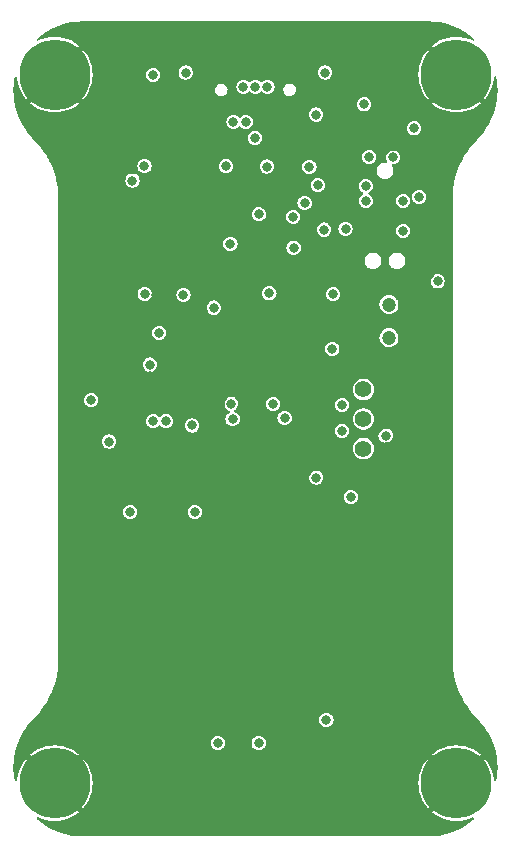
<source format=gbr>
%TF.GenerationSoftware,KiCad,Pcbnew,7.0.10*%
%TF.CreationDate,2024-01-15T20:05:46+01:00*%
%TF.ProjectId,tiny-scarab,74696e79-2d73-4636-9172-61622e6b6963,0.1*%
%TF.SameCoordinates,Original*%
%TF.FileFunction,Copper,L2,Inr*%
%TF.FilePolarity,Positive*%
%FSLAX46Y46*%
G04 Gerber Fmt 4.6, Leading zero omitted, Abs format (unit mm)*
G04 Created by KiCad (PCBNEW 7.0.10) date 2024-01-15 20:05:46*
%MOMM*%
%LPD*%
G01*
G04 APERTURE LIST*
%TA.AperFunction,ComponentPad*%
%ADD10C,6.000000*%
%TD*%
%TA.AperFunction,ComponentPad*%
%ADD11C,1.400000*%
%TD*%
%TA.AperFunction,ViaPad*%
%ADD12C,0.800000*%
%TD*%
%TA.AperFunction,ViaPad*%
%ADD13C,1.200000*%
%TD*%
%TA.AperFunction,Conductor*%
%ADD14C,0.400000*%
%TD*%
%TA.AperFunction,Conductor*%
%ADD15C,0.200000*%
%TD*%
G04 APERTURE END LIST*
D10*
%TO.N,GND*%
%TO.C,J6*%
X78250000Y-28495000D03*
%TD*%
%TO.N,GND*%
%TO.C,J8*%
X78250000Y-88495000D03*
%TD*%
D11*
%TO.N,+3V3*%
%TO.C,SW5*%
X104394000Y-55158000D03*
%TO.N,Net-(SW5-B)*%
X104394000Y-57658000D03*
%TO.N,+5V*%
X104394000Y-60158000D03*
%TD*%
D10*
%TO.N,GND*%
%TO.C,J7*%
X112250000Y-88495000D03*
%TD*%
%TO.N,GND*%
%TO.C,J5*%
X112250000Y-28495000D03*
%TD*%
D12*
%TO.N,+5V*%
X104584500Y-37909500D03*
X104886936Y-35470107D03*
X87675528Y-57850000D03*
X109108999Y-38863923D03*
X100377483Y-31883201D03*
X102874993Y-41545010D03*
X101758750Y-51720750D03*
D13*
X106553000Y-50770753D03*
D12*
X106918002Y-35494941D03*
X110664321Y-45999390D03*
%TO.N,GND*%
X92075000Y-24479250D03*
X111442500Y-79375000D03*
X98171000Y-32162750D03*
X103505000Y-61722000D03*
X86931500Y-56229250D03*
X111442500Y-73025000D03*
X110109000Y-38862000D03*
X78422500Y-36004500D03*
X111569500Y-37973000D03*
X108267500Y-68072000D03*
X85464000Y-42418000D03*
X87376000Y-71882000D03*
X84645502Y-70612000D03*
X95250000Y-28003500D03*
X93757750Y-36258500D03*
X81851500Y-59563000D03*
X99788541Y-58570478D03*
X79057500Y-69850000D03*
X105425875Y-29987875D03*
X79057500Y-79375000D03*
X94535751Y-40325322D03*
X77152500Y-33972500D03*
X102870000Y-42545000D03*
X87344250Y-76930250D03*
X98488500Y-24479250D03*
X103314500Y-66802000D03*
X79057500Y-73025000D03*
X79057500Y-60325000D03*
X105918000Y-35494403D03*
X111442500Y-57150000D03*
X81343500Y-55067997D03*
X102203250Y-34597250D03*
X104584500Y-42989500D03*
X86866099Y-47123194D03*
X111442500Y-60325000D03*
X90106496Y-78263750D03*
X96551750Y-85090000D03*
X98107500Y-34290000D03*
X79057500Y-57150000D03*
X84645500Y-68072002D03*
X87312500Y-79533750D03*
X79057500Y-66675000D03*
X92075000Y-26352500D03*
X83788250Y-37465000D03*
X96266000Y-28003500D03*
X111442500Y-69850000D03*
X99377500Y-31877000D03*
X108902500Y-83502500D03*
X99789253Y-56554574D03*
X79057500Y-82550000D03*
X86296500Y-54049750D03*
X113093500Y-34321750D03*
X111442500Y-53975000D03*
X85153500Y-28511020D03*
X102758753Y-51720750D03*
X93091000Y-85090000D03*
X107950000Y-24479250D03*
X92709986Y-34448750D03*
X88187124Y-45867749D03*
X94586250Y-56356250D03*
X97218500Y-36290250D03*
X111474250Y-63500000D03*
X107315000Y-85090000D03*
X79057500Y-53975000D03*
X84409750Y-58007250D03*
X112045750Y-36131500D03*
X90608676Y-57493490D03*
X90106000Y-80962000D03*
X79089250Y-76200000D03*
X90106500Y-70612000D03*
X88900000Y-37052258D03*
X103187500Y-82232500D03*
X82232500Y-24479250D03*
X79089250Y-63500000D03*
X88090253Y-50355500D03*
X98488500Y-26352500D03*
X106267250Y-60055003D03*
X111474250Y-76200000D03*
D13*
X106553000Y-49371250D03*
D12*
X109914910Y-46661500D03*
X111442500Y-66675000D03*
X111442500Y-82550000D03*
X103346250Y-69342000D03*
%TO.N,+3V3*%
X101822250Y-47085250D03*
X99815112Y-36302838D03*
X96218537Y-36281385D03*
X95535756Y-40322500D03*
X92757748Y-36257704D03*
X86585250Y-28511020D03*
X85867761Y-47065526D03*
D13*
X106553000Y-47971747D03*
D12*
X89153994Y-47135500D03*
X104457500Y-31019750D03*
X84838253Y-37465000D03*
%TO.N,/RST_IN*%
X104584500Y-39179500D03*
X93122750Y-42830750D03*
X85852000Y-36258500D03*
X98440819Y-40528819D03*
%TO.N,/WCH-LinkE-R0-1v3/IAP*%
X108680250Y-33051750D03*
X98479000Y-43152509D03*
%TO.N,/TX*%
X91725750Y-48228250D03*
X96424750Y-47021750D03*
%TO.N,/RST_OUT*%
X96742250Y-56388000D03*
X97720044Y-57556294D03*
%TO.N,/USB/CC1*%
X95212250Y-33858512D03*
X101160000Y-28321004D03*
%TO.N,/USB_P*%
X95250000Y-29527500D03*
X93382746Y-32510719D03*
%TO.N,/USB_N*%
X96266000Y-29527495D03*
X94441058Y-32512443D03*
%TO.N,/USB/CC2*%
X89340000Y-28321000D03*
X94234000Y-29527498D03*
%TO.N,/SWCLK_IN*%
X107759500Y-39179500D03*
X100520500Y-37846000D03*
%TO.N,/SWDIO_IN*%
X101060250Y-41624250D03*
X99409250Y-39370000D03*
X107759500Y-41719500D03*
%TO.N,VDD*%
X101250750Y-83121500D03*
X84645500Y-65531998D03*
X86296500Y-53049747D03*
X106267250Y-59055000D03*
X87090250Y-50355500D03*
X103320750Y-64260717D03*
X90106502Y-65532000D03*
X95520553Y-85090000D03*
X102584250Y-56451500D03*
X93186250Y-56356250D03*
X100393500Y-62611000D03*
X82851503Y-59563000D03*
X81343500Y-56068000D03*
X89901568Y-58200599D03*
X102572756Y-58653744D03*
X92059803Y-85090000D03*
%TO.N,/PD0*%
X86582250Y-57850000D03*
X93313250Y-57658000D03*
%TD*%
D14*
%TO.N,GND*%
X87884000Y-75565000D02*
X87884000Y-75628504D01*
X106553000Y-57610375D02*
X105187750Y-58975625D01*
X92854879Y-55556250D02*
X93656250Y-55556250D01*
X100128911Y-32766000D02*
X99377500Y-32014589D01*
D15*
X93944050Y-28827498D02*
X94426002Y-28827498D01*
D14*
X90963750Y-45180250D02*
X90963750Y-38512750D01*
X105918000Y-35570414D02*
X105918000Y-35494403D01*
X105187750Y-47879000D02*
X105187750Y-48020711D01*
D15*
X95141058Y-32802393D02*
X95141058Y-32212558D01*
D14*
X87344250Y-76104750D02*
X87884000Y-75565000D01*
X104584500Y-36270107D02*
X105218307Y-36270107D01*
X83788250Y-38163500D02*
X83788250Y-37465000D01*
D15*
X94731008Y-33212443D02*
X95141058Y-32802393D01*
D14*
X102203250Y-34575750D02*
X103251000Y-33528000D01*
X107791250Y-35236818D02*
X107249373Y-34694941D01*
X90106000Y-80962000D02*
X90106000Y-80263500D01*
X102520750Y-69342000D02*
X102520750Y-81565750D01*
X105918000Y-40544750D02*
X108997750Y-40544750D01*
X104584500Y-41560750D02*
X104584500Y-42989500D01*
X100774500Y-34290000D02*
X101822250Y-33242250D01*
D15*
X94426002Y-28827498D02*
X95250000Y-28003500D01*
D14*
X87884000Y-67500500D02*
X87884000Y-75565000D01*
X105187750Y-58975625D02*
X105187750Y-59237365D01*
X88187124Y-45867749D02*
X90276251Y-45867749D01*
X105494000Y-60102750D02*
X105494000Y-62029939D01*
X92297250Y-65309750D02*
X90106500Y-67500500D01*
X94586250Y-57086500D02*
X94586250Y-56356250D01*
D15*
X96966000Y-29817445D02*
X96966000Y-29237545D01*
D14*
X87312500Y-79533750D02*
X87772875Y-79073375D01*
X101123750Y-32766000D02*
X100128911Y-32766000D01*
X102520750Y-62642750D02*
X101568250Y-62642750D01*
X96456500Y-41275000D02*
X96456500Y-37592000D01*
X105187750Y-59237365D02*
X105494000Y-59543615D01*
X103346250Y-69342000D02*
X102520750Y-69342000D01*
X90995436Y-57880250D02*
X91567000Y-57880250D01*
X97599500Y-36290250D02*
X99599750Y-34290000D01*
X105600500Y-40544750D02*
X105918000Y-40544750D01*
X105854500Y-40544750D02*
X105441750Y-40132000D01*
D15*
X94535751Y-35290251D02*
X93345000Y-34099500D01*
D14*
X105600500Y-40544750D02*
X104584500Y-41560750D01*
X102520750Y-66802000D02*
X102520750Y-64484250D01*
X104584500Y-37109500D02*
X104584500Y-36270107D01*
X106538289Y-49371250D02*
X106553000Y-49371250D01*
X87884000Y-75628504D02*
X88979373Y-76723877D01*
X105187750Y-48020711D02*
X106538289Y-49371250D01*
X99377500Y-31877000D02*
X98456750Y-31877000D01*
X86360480Y-29718000D02*
X85153500Y-28511020D01*
X105918000Y-40544750D02*
X105854500Y-40544750D01*
D15*
X94773750Y-39370000D02*
X95059500Y-39084250D01*
D14*
X105218307Y-36270107D02*
X105918000Y-35570414D01*
X100062129Y-61811000D02*
X99325629Y-62547500D01*
X94586250Y-57086500D02*
X94586250Y-57717935D01*
X93757750Y-39547321D02*
X93757750Y-38512750D01*
D15*
X94551500Y-31623000D02*
X94551500Y-30765750D01*
D14*
X109440370Y-39663923D02*
X108997750Y-39663923D01*
D15*
X94551500Y-30765750D02*
X95089755Y-30227495D01*
D14*
X103028750Y-50800000D02*
X105168033Y-50800000D01*
X105494000Y-59543615D02*
X105494000Y-60102750D01*
X110109000Y-38995293D02*
X109440370Y-39663923D01*
X99409250Y-42100500D02*
X97282000Y-42100500D01*
X102489000Y-32766000D02*
X102076250Y-32766000D01*
X84137500Y-38512750D02*
X83788250Y-38163500D01*
X104881189Y-62642750D02*
X102520750Y-62642750D01*
X110109000Y-38862000D02*
X110109000Y-38639750D01*
X99377500Y-32014589D02*
X99377500Y-31877000D01*
X92297250Y-62547500D02*
X88950000Y-62547500D01*
D15*
X93534000Y-31369515D02*
X93534000Y-29237548D01*
X95059500Y-34829750D02*
X94170500Y-33940750D01*
D14*
X105918000Y-35369800D02*
X105123950Y-34575750D01*
X102203250Y-34597250D02*
X102203250Y-34575750D01*
D15*
X93345000Y-34099500D02*
X93345000Y-33462924D01*
D14*
X90963750Y-38512750D02*
X84137500Y-38512750D01*
D15*
X96966000Y-29237545D02*
X96266000Y-28537545D01*
D14*
X102870000Y-45561250D02*
X102870000Y-42545000D01*
X105187750Y-47879000D02*
X102870000Y-45561250D01*
D15*
X95141058Y-32212558D02*
X94551500Y-31623000D01*
D14*
X87884000Y-67500500D02*
X86106000Y-67500500D01*
X96456500Y-41275000D02*
X95313500Y-41275000D01*
D15*
X92682746Y-32800669D02*
X92682746Y-32220769D01*
D14*
X106553000Y-52184967D02*
X109914910Y-48823057D01*
D15*
X96555950Y-30227495D02*
X96966000Y-29817445D01*
D14*
X94535751Y-40325322D02*
X93757750Y-39547321D01*
X102520750Y-81565750D02*
X103187500Y-82232500D01*
X87772875Y-79073375D02*
X87772875Y-77930375D01*
X102758753Y-51069997D02*
X103028750Y-50800000D01*
D15*
X95089755Y-30227495D02*
X96555950Y-30227495D01*
D14*
X103251000Y-33528000D02*
X102489000Y-32766000D01*
X90963750Y-38512750D02*
X90963750Y-33051750D01*
X106251253Y-60071000D02*
X106267250Y-60055003D01*
X84836002Y-67500500D02*
X84645500Y-67691002D01*
X94583250Y-56359250D02*
X94586250Y-56356250D01*
X108997750Y-44323000D02*
X110103545Y-45428795D01*
D15*
X93345000Y-33462924D02*
X92682746Y-32800669D01*
D14*
X92386250Y-57061000D02*
X92386250Y-56024879D01*
D15*
X94535751Y-39370000D02*
X94773750Y-39370000D01*
D14*
X105918000Y-35494403D02*
X105918000Y-35369800D01*
D15*
X96266000Y-28537545D02*
X96266000Y-28003500D01*
D14*
X102758753Y-51720750D02*
X102758753Y-51069997D01*
X90608676Y-57493490D02*
X90995436Y-57880250D01*
X109864321Y-46610911D02*
X109914910Y-46661500D01*
X101822250Y-33242250D02*
X101822250Y-32766000D01*
X104298750Y-34575750D02*
X103251000Y-33528000D01*
X106586631Y-34694941D02*
X105918000Y-35363572D01*
X98107500Y-32226250D02*
X98171000Y-32162750D01*
X102870000Y-45561250D02*
X99409250Y-42100500D01*
X102520750Y-69342000D02*
X102520750Y-66802000D01*
X105918000Y-35659105D02*
X105918000Y-35494403D01*
D15*
X94295557Y-33212443D02*
X94731008Y-33212443D01*
D14*
X92297250Y-62547500D02*
X92297250Y-65309750D01*
X96456500Y-37592000D02*
X97218500Y-36830000D01*
D15*
X94170500Y-33337500D02*
X94295557Y-33212443D01*
D14*
X86106000Y-68770502D02*
X84645502Y-70231000D01*
X105384500Y-37578129D02*
X104915871Y-37109500D01*
D15*
X94535751Y-40325322D02*
X94535751Y-39370000D01*
D14*
X109914910Y-48823057D02*
X109914910Y-46661500D01*
X93656250Y-55556250D02*
X94456250Y-56356250D01*
X96202500Y-62547500D02*
X92297250Y-62547500D01*
X90963750Y-33051750D02*
X87630000Y-29718000D01*
X105123950Y-34575750D02*
X104298750Y-34575750D01*
X97282000Y-42100500D02*
X96456500Y-41275000D01*
X110109000Y-38639750D02*
X107791250Y-36322000D01*
X105134310Y-38491060D02*
X105384500Y-38240871D01*
X90106496Y-77851000D02*
X90106496Y-78263750D01*
X94535751Y-40497251D02*
X94535751Y-40325322D01*
D15*
X92682746Y-32220769D02*
X93534000Y-31369515D01*
D14*
X102520750Y-64484250D02*
X102520750Y-62642750D01*
X105918000Y-35363572D02*
X105918000Y-35494403D01*
X94586250Y-57597500D02*
X94586250Y-57086500D01*
X87630000Y-29718000D02*
X86360480Y-29718000D01*
X88979373Y-76723877D02*
X87772875Y-77930375D01*
X94456250Y-56356250D02*
X94586250Y-56356250D01*
X90106500Y-67500500D02*
X90106500Y-70231000D01*
X93757750Y-38512750D02*
X90963750Y-38512750D01*
X110103545Y-45428795D02*
X109864321Y-45668019D01*
D15*
X93534000Y-29237548D02*
X93944050Y-28827498D01*
D14*
X96202500Y-59213750D02*
X94586250Y-57597500D01*
X90276251Y-45867749D02*
X90963750Y-45180250D01*
X105494000Y-60102750D02*
X105525750Y-60071000D01*
X103314500Y-66802000D02*
X102520750Y-66802000D01*
X97218500Y-36830000D02*
X97218500Y-36290250D01*
X105441750Y-38798500D02*
X105134310Y-38491060D01*
X99599750Y-34290000D02*
X100774500Y-34290000D01*
X105384500Y-38240871D02*
X105384500Y-37578129D01*
X90106500Y-67500500D02*
X87884000Y-67500500D01*
X98456750Y-31877000D02*
X98171000Y-32162750D01*
X101568250Y-62642750D02*
X100736500Y-61811000D01*
X88950000Y-62547500D02*
X84409750Y-58007250D01*
X95313500Y-41275000D02*
X94535751Y-40497251D01*
D15*
X94170500Y-33940750D02*
X94170500Y-33337500D01*
D14*
X102076250Y-32766000D02*
X101123750Y-32766000D01*
X101123750Y-32766000D02*
X103901875Y-29987875D01*
X106553000Y-52184967D02*
X106553000Y-57610375D01*
X87344250Y-76930250D02*
X87344250Y-76104750D01*
X88979373Y-76723877D02*
X90106496Y-77851000D01*
X109864321Y-45668019D02*
X109864321Y-46610911D01*
X110109000Y-38862000D02*
X110109000Y-38995293D01*
D15*
X94535751Y-39370000D02*
X94535751Y-35290251D01*
D14*
X104915871Y-37109500D02*
X104584500Y-37109500D01*
X107249373Y-34694941D02*
X106586631Y-34694941D01*
X108997750Y-39663923D02*
X108997750Y-44323000D01*
X86106000Y-67500500D02*
X84836002Y-67500500D01*
X97218500Y-36290250D02*
X97599500Y-36290250D01*
X99325629Y-62547500D02*
X96202500Y-62547500D01*
X91567000Y-57880250D02*
X92386250Y-57061000D01*
X105494000Y-62029939D02*
X104881189Y-62642750D01*
X93757750Y-38512750D02*
X93757750Y-36258500D01*
X92386250Y-56024879D02*
X92854879Y-55556250D01*
X96202500Y-62547500D02*
X96202500Y-59213750D01*
X98107500Y-34290000D02*
X98107500Y-32226250D01*
X107791250Y-36322000D02*
X107791250Y-35236818D01*
X103901875Y-29987875D02*
X105425875Y-29987875D01*
X90106000Y-80263500D02*
X87772875Y-77930375D01*
X105525750Y-60071000D02*
X106251253Y-60071000D01*
X105441750Y-40132000D02*
X105441750Y-38798500D01*
X105168033Y-50800000D02*
X106553000Y-52184967D01*
X100736500Y-61811000D02*
X100062129Y-61811000D01*
X86106000Y-67500500D02*
X86106000Y-68770502D01*
D15*
X95059500Y-39084250D02*
X95059500Y-34829750D01*
%TD*%
%TA.AperFunction,Conductor*%
%TO.N,GND*%
G36*
X109901934Y-23995576D02*
G01*
X110355070Y-24013379D01*
X110362801Y-24013988D01*
X110811215Y-24067061D01*
X110818860Y-24068272D01*
X111261739Y-24156366D01*
X111269273Y-24158175D01*
X111703861Y-24280741D01*
X111711231Y-24283136D01*
X112134877Y-24439427D01*
X112142031Y-24442391D01*
X112552089Y-24631430D01*
X112558996Y-24634949D01*
X112952974Y-24855587D01*
X112959575Y-24859633D01*
X113335031Y-25110504D01*
X113341302Y-25115061D01*
X113695887Y-25394594D01*
X113701798Y-25399642D01*
X113752015Y-25446062D01*
X113781912Y-25499446D01*
X113774720Y-25560207D01*
X113733188Y-25605137D01*
X113673178Y-25617074D01*
X113643211Y-25608349D01*
X113643182Y-25608420D01*
X113642541Y-25608154D01*
X113641859Y-25607956D01*
X113640612Y-25607355D01*
X113308556Y-25469813D01*
X112963187Y-25370314D01*
X112608861Y-25310112D01*
X112608841Y-25310109D01*
X112250005Y-25289958D01*
X112249995Y-25289958D01*
X111891158Y-25310109D01*
X111891138Y-25310112D01*
X111536812Y-25370314D01*
X111191443Y-25469813D01*
X110859379Y-25607358D01*
X110544819Y-25781210D01*
X110251692Y-25989194D01*
X110170397Y-26061843D01*
X111380117Y-27271563D01*
X111325523Y-27307232D01*
X111142632Y-27475596D01*
X111026389Y-27624943D01*
X109816843Y-26415397D01*
X109744194Y-26496692D01*
X109536210Y-26789819D01*
X109362358Y-27104379D01*
X109224813Y-27436443D01*
X109125314Y-27781812D01*
X109065112Y-28136138D01*
X109065109Y-28136158D01*
X109044958Y-28494995D01*
X109044958Y-28495004D01*
X109065109Y-28853841D01*
X109065112Y-28853861D01*
X109125314Y-29208187D01*
X109224813Y-29553556D01*
X109362358Y-29885620D01*
X109536210Y-30200180D01*
X109744198Y-30493313D01*
X109816843Y-30574601D01*
X111026388Y-29365055D01*
X111142632Y-29514404D01*
X111325523Y-29682768D01*
X111380116Y-29718435D01*
X110170397Y-30928155D01*
X110251686Y-31000801D01*
X110544819Y-31208789D01*
X110859380Y-31382641D01*
X110859379Y-31382641D01*
X111191443Y-31520186D01*
X111536812Y-31619685D01*
X111891138Y-31679887D01*
X111891158Y-31679890D01*
X112249995Y-31700042D01*
X112250005Y-31700042D01*
X112608841Y-31679890D01*
X112608861Y-31679887D01*
X112963187Y-31619685D01*
X113308556Y-31520186D01*
X113640620Y-31382641D01*
X113955180Y-31208789D01*
X114248313Y-31000800D01*
X114329601Y-30928155D01*
X113119882Y-29718436D01*
X113174477Y-29682768D01*
X113357368Y-29514404D01*
X113473610Y-29365056D01*
X114683155Y-30574601D01*
X114755800Y-30493313D01*
X114963789Y-30200180D01*
X115137641Y-29885620D01*
X115275186Y-29553556D01*
X115374685Y-29208187D01*
X115434887Y-28853861D01*
X115434890Y-28853841D01*
X115441226Y-28741022D01*
X115463366Y-28683983D01*
X115514805Y-28650851D01*
X115575894Y-28654282D01*
X115623299Y-28692965D01*
X115637168Y-28727259D01*
X115676724Y-28926122D01*
X115677940Y-28933800D01*
X115731010Y-29382189D01*
X115731620Y-29389938D01*
X115749353Y-29841275D01*
X115749365Y-29848727D01*
X115734454Y-30262503D01*
X115733940Y-30269616D01*
X115689268Y-30681376D01*
X115688245Y-30688433D01*
X115614042Y-31095953D01*
X115612512Y-31102918D01*
X115509176Y-31504003D01*
X115507150Y-31510840D01*
X115375204Y-31903469D01*
X115372690Y-31910142D01*
X115212830Y-32292239D01*
X115209843Y-32298713D01*
X115022887Y-32668328D01*
X115019441Y-32674572D01*
X114806372Y-33029756D01*
X114802486Y-33035735D01*
X114564396Y-33374669D01*
X114560090Y-33380352D01*
X114298220Y-33701270D01*
X114293515Y-33706629D01*
X114008026Y-34009133D01*
X114005526Y-34011688D01*
X113830969Y-34183755D01*
X113505217Y-34554830D01*
X113207037Y-34948370D01*
X113207033Y-34948376D01*
X112937962Y-35362347D01*
X112937942Y-35362379D01*
X112699367Y-35794646D01*
X112492519Y-36242981D01*
X112492514Y-36242993D01*
X112318475Y-36705053D01*
X112178147Y-37178450D01*
X112178146Y-37178455D01*
X112160032Y-37260955D01*
X112072256Y-37660732D01*
X112001361Y-38149353D01*
X112001358Y-38149385D01*
X111965819Y-38641832D01*
X111965842Y-38888717D01*
X111965842Y-78112023D01*
X111965820Y-78348167D01*
X112001359Y-78840614D01*
X112001362Y-78840646D01*
X112072257Y-79329267D01*
X112072259Y-79329275D01*
X112178146Y-79811538D01*
X112178148Y-79811548D01*
X112318476Y-80284945D01*
X112492515Y-80747005D01*
X112492520Y-80747017D01*
X112699368Y-81195352D01*
X112937943Y-81627620D01*
X112937963Y-81627652D01*
X113207034Y-82041623D01*
X113207038Y-82041629D01*
X113505217Y-82435168D01*
X113505218Y-82435169D01*
X113505223Y-82435175D01*
X113830965Y-82806239D01*
X114005495Y-82978279D01*
X114007979Y-82980819D01*
X114293515Y-83283373D01*
X114298219Y-83288731D01*
X114560087Y-83609645D01*
X114564394Y-83615329D01*
X114802485Y-83954265D01*
X114806371Y-83960244D01*
X115019440Y-84315428D01*
X115022886Y-84321671D01*
X115209843Y-84691285D01*
X115212830Y-84697760D01*
X115372689Y-85079857D01*
X115375203Y-85086530D01*
X115507149Y-85479159D01*
X115509175Y-85485996D01*
X115612511Y-85887081D01*
X115614041Y-85894046D01*
X115688244Y-86301566D01*
X115689267Y-86308623D01*
X115733939Y-86720383D01*
X115734453Y-86727496D01*
X115749365Y-87141278D01*
X115749353Y-87148730D01*
X115731620Y-87600061D01*
X115731010Y-87607810D01*
X115677940Y-88056199D01*
X115676724Y-88063877D01*
X115637168Y-88262740D01*
X115607271Y-88316124D01*
X115551706Y-88341740D01*
X115491697Y-88329803D01*
X115450164Y-88284873D01*
X115441226Y-88248977D01*
X115434890Y-88136158D01*
X115434887Y-88136138D01*
X115374685Y-87781812D01*
X115275186Y-87436443D01*
X115137641Y-87104379D01*
X114963789Y-86789819D01*
X114755801Y-86496686D01*
X114683155Y-86415397D01*
X113473609Y-87624942D01*
X113357368Y-87475596D01*
X113174477Y-87307232D01*
X113119881Y-87271562D01*
X114329601Y-86061843D01*
X114248313Y-85989198D01*
X113955180Y-85781210D01*
X113640619Y-85607358D01*
X113640620Y-85607358D01*
X113308556Y-85469813D01*
X112963187Y-85370314D01*
X112608861Y-85310112D01*
X112608841Y-85310109D01*
X112250005Y-85289958D01*
X112249995Y-85289958D01*
X111891158Y-85310109D01*
X111891138Y-85310112D01*
X111536812Y-85370314D01*
X111191443Y-85469813D01*
X110859379Y-85607358D01*
X110544819Y-85781210D01*
X110251692Y-85989194D01*
X110170397Y-86061843D01*
X111380117Y-87271563D01*
X111325523Y-87307232D01*
X111142632Y-87475596D01*
X111026389Y-87624943D01*
X109816843Y-86415397D01*
X109744194Y-86496692D01*
X109536210Y-86789819D01*
X109362358Y-87104379D01*
X109224813Y-87436443D01*
X109125314Y-87781812D01*
X109065112Y-88136138D01*
X109065109Y-88136158D01*
X109044958Y-88494995D01*
X109044958Y-88495004D01*
X109065109Y-88853841D01*
X109065112Y-88853861D01*
X109125314Y-89208187D01*
X109224813Y-89553556D01*
X109362358Y-89885620D01*
X109536210Y-90200180D01*
X109744198Y-90493313D01*
X109816843Y-90574601D01*
X111026388Y-89365055D01*
X111142632Y-89514404D01*
X111325523Y-89682768D01*
X111380116Y-89718435D01*
X110170397Y-90928155D01*
X110251686Y-91000801D01*
X110544819Y-91208789D01*
X110859380Y-91382641D01*
X110859379Y-91382641D01*
X111191443Y-91520186D01*
X111536812Y-91619685D01*
X111891138Y-91679887D01*
X111891158Y-91679890D01*
X112249995Y-91700042D01*
X112250005Y-91700042D01*
X112608841Y-91679890D01*
X112608861Y-91679887D01*
X112963187Y-91619685D01*
X113308556Y-91520186D01*
X113640614Y-91382643D01*
X113641840Y-91382053D01*
X113642137Y-91382012D01*
X113643182Y-91381580D01*
X113643296Y-91381855D01*
X113702470Y-91373826D01*
X113756356Y-91402808D01*
X113782915Y-91457928D01*
X113772003Y-91518133D01*
X113752015Y-91543937D01*
X113701798Y-91590357D01*
X113695887Y-91595405D01*
X113341302Y-91874938D01*
X113335013Y-91879508D01*
X112959592Y-92130356D01*
X112952965Y-92134417D01*
X112559011Y-92355042D01*
X112552084Y-92358571D01*
X112142044Y-92547602D01*
X112134863Y-92550577D01*
X111711242Y-92706859D01*
X111703849Y-92709261D01*
X111269285Y-92831821D01*
X111261726Y-92833636D01*
X110818877Y-92921724D01*
X110811199Y-92922940D01*
X110362810Y-92976010D01*
X110355061Y-92976620D01*
X109901934Y-92994424D01*
X109898047Y-92994500D01*
X80601953Y-92994500D01*
X80598066Y-92994424D01*
X80144938Y-92976620D01*
X80137189Y-92976010D01*
X79688800Y-92922940D01*
X79681122Y-92921724D01*
X79238273Y-92833636D01*
X79230714Y-92831821D01*
X78796150Y-92709261D01*
X78788757Y-92706859D01*
X78365136Y-92550577D01*
X78357955Y-92547602D01*
X77947915Y-92358571D01*
X77940993Y-92355044D01*
X77547032Y-92134416D01*
X77540417Y-92130362D01*
X77164972Y-91879498D01*
X77158697Y-91874938D01*
X76804112Y-91595405D01*
X76798201Y-91590357D01*
X76747984Y-91543937D01*
X76718087Y-91490553D01*
X76725279Y-91429792D01*
X76766811Y-91384862D01*
X76826821Y-91372925D01*
X76856788Y-91381651D01*
X76856818Y-91381580D01*
X76857469Y-91381849D01*
X76858150Y-91382048D01*
X76859390Y-91382645D01*
X77191443Y-91520186D01*
X77536812Y-91619685D01*
X77891138Y-91679887D01*
X77891158Y-91679890D01*
X78249995Y-91700042D01*
X78250005Y-91700042D01*
X78608841Y-91679890D01*
X78608861Y-91679887D01*
X78963187Y-91619685D01*
X79308556Y-91520186D01*
X79640620Y-91382641D01*
X79955180Y-91208789D01*
X80248313Y-91000800D01*
X80329601Y-90928155D01*
X79119882Y-89718436D01*
X79174477Y-89682768D01*
X79357368Y-89514404D01*
X79473610Y-89365056D01*
X80683155Y-90574601D01*
X80755800Y-90493313D01*
X80963789Y-90200180D01*
X81137641Y-89885620D01*
X81275186Y-89553556D01*
X81374685Y-89208187D01*
X81434887Y-88853861D01*
X81434890Y-88853841D01*
X81455042Y-88495004D01*
X81455042Y-88494995D01*
X81434890Y-88136158D01*
X81434887Y-88136138D01*
X81374685Y-87781812D01*
X81275186Y-87436443D01*
X81137641Y-87104379D01*
X80963789Y-86789819D01*
X80755801Y-86496686D01*
X80683155Y-86415397D01*
X79473609Y-87624942D01*
X79357368Y-87475596D01*
X79174477Y-87307232D01*
X79119881Y-87271562D01*
X80329601Y-86061843D01*
X80248313Y-85989198D01*
X79955180Y-85781210D01*
X79640619Y-85607358D01*
X79640620Y-85607358D01*
X79308556Y-85469813D01*
X78963187Y-85370314D01*
X78608861Y-85310112D01*
X78608841Y-85310109D01*
X78250005Y-85289958D01*
X78249995Y-85289958D01*
X77891158Y-85310109D01*
X77891138Y-85310112D01*
X77536812Y-85370314D01*
X77191443Y-85469813D01*
X76859379Y-85607358D01*
X76544819Y-85781210D01*
X76251692Y-85989194D01*
X76170397Y-86061843D01*
X77380117Y-87271563D01*
X77325523Y-87307232D01*
X77142632Y-87475596D01*
X77026389Y-87624943D01*
X75816843Y-86415397D01*
X75744194Y-86496692D01*
X75536210Y-86789819D01*
X75362358Y-87104379D01*
X75224813Y-87436443D01*
X75125314Y-87781812D01*
X75065112Y-88136138D01*
X75065109Y-88136158D01*
X75058773Y-88248978D01*
X75036632Y-88306017D01*
X74985193Y-88339148D01*
X74924104Y-88335717D01*
X74876699Y-88297034D01*
X74862832Y-88262744D01*
X74823272Y-88063860D01*
X74822061Y-88056215D01*
X74768988Y-87607801D01*
X74768379Y-87600061D01*
X74761950Y-87436443D01*
X74750645Y-87148715D01*
X74750634Y-87141272D01*
X74750904Y-87133778D01*
X74765546Y-86727472D01*
X74766057Y-86720407D01*
X74810734Y-86308598D01*
X74811750Y-86301591D01*
X74885961Y-85894027D01*
X74887482Y-85887100D01*
X74990829Y-85485974D01*
X74992840Y-85479189D01*
X75123629Y-85090000D01*
X91454121Y-85090000D01*
X91474758Y-85246758D01*
X91474760Y-85246766D01*
X91535265Y-85392838D01*
X91535265Y-85392839D01*
X91601501Y-85479159D01*
X91631521Y-85518282D01*
X91756962Y-85614536D01*
X91903041Y-85675044D01*
X92020612Y-85690522D01*
X92059802Y-85695682D01*
X92059803Y-85695682D01*
X92059804Y-85695682D01*
X92091155Y-85691554D01*
X92216565Y-85675044D01*
X92362644Y-85614536D01*
X92488085Y-85518282D01*
X92584339Y-85392841D01*
X92644847Y-85246762D01*
X92665485Y-85090000D01*
X94914871Y-85090000D01*
X94935508Y-85246758D01*
X94935510Y-85246766D01*
X94996015Y-85392838D01*
X94996015Y-85392839D01*
X95062251Y-85479159D01*
X95092271Y-85518282D01*
X95217712Y-85614536D01*
X95363791Y-85675044D01*
X95481362Y-85690522D01*
X95520552Y-85695682D01*
X95520553Y-85695682D01*
X95520554Y-85695682D01*
X95551905Y-85691554D01*
X95677315Y-85675044D01*
X95823394Y-85614536D01*
X95948835Y-85518282D01*
X96045089Y-85392841D01*
X96105597Y-85246762D01*
X96126235Y-85090000D01*
X96125333Y-85083152D01*
X96105597Y-84933241D01*
X96105597Y-84933238D01*
X96045090Y-84787161D01*
X96045090Y-84787160D01*
X95948839Y-84661723D01*
X95948838Y-84661722D01*
X95948835Y-84661718D01*
X95948830Y-84661714D01*
X95948829Y-84661713D01*
X95823391Y-84565462D01*
X95677319Y-84504957D01*
X95677311Y-84504955D01*
X95520554Y-84484318D01*
X95520552Y-84484318D01*
X95363794Y-84504955D01*
X95363786Y-84504957D01*
X95217714Y-84565462D01*
X95217713Y-84565462D01*
X95092276Y-84661713D01*
X95092266Y-84661723D01*
X94996015Y-84787160D01*
X94996015Y-84787161D01*
X94935510Y-84933233D01*
X94935508Y-84933241D01*
X94914871Y-85089999D01*
X94914871Y-85090000D01*
X92665485Y-85090000D01*
X92664583Y-85083152D01*
X92644847Y-84933241D01*
X92644847Y-84933238D01*
X92584340Y-84787161D01*
X92584340Y-84787160D01*
X92488089Y-84661723D01*
X92488088Y-84661722D01*
X92488085Y-84661718D01*
X92488080Y-84661714D01*
X92488079Y-84661713D01*
X92362641Y-84565462D01*
X92216569Y-84504957D01*
X92216561Y-84504955D01*
X92059804Y-84484318D01*
X92059802Y-84484318D01*
X91903044Y-84504955D01*
X91903036Y-84504957D01*
X91756964Y-84565462D01*
X91756963Y-84565462D01*
X91631526Y-84661713D01*
X91631516Y-84661723D01*
X91535265Y-84787160D01*
X91535265Y-84787161D01*
X91474760Y-84933233D01*
X91474758Y-84933241D01*
X91454121Y-85089999D01*
X91454121Y-85090000D01*
X75123629Y-85090000D01*
X75124802Y-85086510D01*
X75127304Y-85079870D01*
X75287173Y-84697749D01*
X75290156Y-84691286D01*
X75305114Y-84661713D01*
X75477118Y-84321659D01*
X75480546Y-84315448D01*
X75693636Y-83960227D01*
X75697503Y-83954279D01*
X75935619Y-83615308D01*
X75939892Y-83609668D01*
X76201802Y-83288702D01*
X76206460Y-83283396D01*
X76359250Y-83121500D01*
X100645068Y-83121500D01*
X100665705Y-83278258D01*
X100665707Y-83278266D01*
X100726212Y-83424338D01*
X100726212Y-83424339D01*
X100726214Y-83424341D01*
X100822468Y-83549782D01*
X100947909Y-83646036D01*
X101093988Y-83706544D01*
X101211559Y-83722022D01*
X101250749Y-83727182D01*
X101250750Y-83727182D01*
X101250751Y-83727182D01*
X101282102Y-83723054D01*
X101407512Y-83706544D01*
X101553591Y-83646036D01*
X101679032Y-83549782D01*
X101775286Y-83424341D01*
X101835794Y-83278262D01*
X101856432Y-83121500D01*
X101835794Y-82964738D01*
X101775287Y-82818661D01*
X101775287Y-82818660D01*
X101679036Y-82693223D01*
X101679035Y-82693222D01*
X101679032Y-82693218D01*
X101679027Y-82693214D01*
X101679026Y-82693213D01*
X101553588Y-82596962D01*
X101407516Y-82536457D01*
X101407508Y-82536455D01*
X101250751Y-82515818D01*
X101250749Y-82515818D01*
X101093991Y-82536455D01*
X101093983Y-82536457D01*
X100947911Y-82596962D01*
X100947910Y-82596962D01*
X100822473Y-82693213D01*
X100822463Y-82693223D01*
X100726212Y-82818660D01*
X100726212Y-82818661D01*
X100665707Y-82964733D01*
X100665705Y-82964741D01*
X100645068Y-83121499D01*
X100645068Y-83121500D01*
X76359250Y-83121500D01*
X76492002Y-82980836D01*
X76494420Y-82978363D01*
X76669035Y-82806239D01*
X76994777Y-82435176D01*
X77292964Y-82041627D01*
X77562049Y-81627635D01*
X77800635Y-81195348D01*
X78007485Y-80747008D01*
X78181526Y-80284941D01*
X78321854Y-79811545D01*
X78427742Y-79329275D01*
X78498640Y-78840635D01*
X78534181Y-78348159D01*
X78534158Y-78101281D01*
X78534158Y-78035388D01*
X78534158Y-65531998D01*
X84039818Y-65531998D01*
X84060455Y-65688756D01*
X84060457Y-65688764D01*
X84120962Y-65834836D01*
X84120962Y-65834837D01*
X84217213Y-65960274D01*
X84217218Y-65960280D01*
X84342659Y-66056534D01*
X84342660Y-66056534D01*
X84342661Y-66056535D01*
X84342666Y-66056537D01*
X84488738Y-66117042D01*
X84606309Y-66132520D01*
X84645499Y-66137680D01*
X84645500Y-66137680D01*
X84645501Y-66137680D01*
X84676852Y-66133552D01*
X84802262Y-66117042D01*
X84948341Y-66056534D01*
X85073782Y-65960280D01*
X85170036Y-65834839D01*
X85230544Y-65688760D01*
X85251182Y-65532000D01*
X89500820Y-65532000D01*
X89521457Y-65688758D01*
X89521459Y-65688766D01*
X89581964Y-65834838D01*
X89581964Y-65834839D01*
X89678215Y-65960276D01*
X89678220Y-65960282D01*
X89803661Y-66056536D01*
X89949740Y-66117044D01*
X90067311Y-66132522D01*
X90106501Y-66137682D01*
X90106502Y-66137682D01*
X90106503Y-66137682D01*
X90137854Y-66133554D01*
X90263264Y-66117044D01*
X90409343Y-66056536D01*
X90534784Y-65960282D01*
X90631038Y-65834841D01*
X90691546Y-65688762D01*
X90712184Y-65532000D01*
X90691546Y-65375238D01*
X90631039Y-65229161D01*
X90631039Y-65229160D01*
X90534788Y-65103723D01*
X90534786Y-65103721D01*
X90534784Y-65103718D01*
X90534779Y-65103714D01*
X90534778Y-65103713D01*
X90409340Y-65007462D01*
X90263268Y-64946957D01*
X90263260Y-64946955D01*
X90106503Y-64926318D01*
X90106501Y-64926318D01*
X89949743Y-64946955D01*
X89949735Y-64946957D01*
X89803663Y-65007462D01*
X89803662Y-65007462D01*
X89678225Y-65103713D01*
X89678215Y-65103723D01*
X89581964Y-65229160D01*
X89581964Y-65229161D01*
X89521459Y-65375233D01*
X89521457Y-65375241D01*
X89500820Y-65531999D01*
X89500820Y-65532000D01*
X85251182Y-65532000D01*
X85251182Y-65531998D01*
X85230544Y-65375236D01*
X85170037Y-65229159D01*
X85170037Y-65229158D01*
X85073786Y-65103721D01*
X85073785Y-65103720D01*
X85073782Y-65103716D01*
X85073777Y-65103712D01*
X85073776Y-65103711D01*
X85002604Y-65049099D01*
X84948341Y-65007462D01*
X84948340Y-65007461D01*
X84948338Y-65007460D01*
X84802266Y-64946955D01*
X84802258Y-64946953D01*
X84645501Y-64926316D01*
X84645499Y-64926316D01*
X84488741Y-64946953D01*
X84488733Y-64946955D01*
X84342661Y-65007460D01*
X84342660Y-65007460D01*
X84217223Y-65103711D01*
X84217213Y-65103721D01*
X84120962Y-65229158D01*
X84120962Y-65229159D01*
X84060457Y-65375231D01*
X84060455Y-65375239D01*
X84039818Y-65531997D01*
X84039818Y-65531998D01*
X78534158Y-65531998D01*
X78534158Y-64260717D01*
X102715068Y-64260717D01*
X102735705Y-64417475D01*
X102735707Y-64417483D01*
X102796212Y-64563555D01*
X102796212Y-64563556D01*
X102796214Y-64563558D01*
X102892468Y-64688999D01*
X103017909Y-64785253D01*
X103163988Y-64845761D01*
X103281559Y-64861239D01*
X103320749Y-64866399D01*
X103320750Y-64866399D01*
X103320751Y-64866399D01*
X103352102Y-64862271D01*
X103477512Y-64845761D01*
X103623591Y-64785253D01*
X103749032Y-64688999D01*
X103845286Y-64563558D01*
X103905794Y-64417479D01*
X103926432Y-64260717D01*
X103905794Y-64103955D01*
X103845287Y-63957878D01*
X103845287Y-63957877D01*
X103749036Y-63832440D01*
X103749035Y-63832439D01*
X103749032Y-63832435D01*
X103749027Y-63832431D01*
X103749026Y-63832430D01*
X103623588Y-63736179D01*
X103477516Y-63675674D01*
X103477508Y-63675672D01*
X103320751Y-63655035D01*
X103320749Y-63655035D01*
X103163991Y-63675672D01*
X103163983Y-63675674D01*
X103017911Y-63736179D01*
X103017910Y-63736179D01*
X102892473Y-63832430D01*
X102892463Y-63832440D01*
X102796212Y-63957877D01*
X102796212Y-63957878D01*
X102735707Y-64103950D01*
X102735705Y-64103958D01*
X102715068Y-64260716D01*
X102715068Y-64260717D01*
X78534158Y-64260717D01*
X78534158Y-62611000D01*
X99787818Y-62611000D01*
X99808455Y-62767758D01*
X99808457Y-62767766D01*
X99868962Y-62913838D01*
X99868962Y-62913839D01*
X99868964Y-62913841D01*
X99965218Y-63039282D01*
X100090659Y-63135536D01*
X100236738Y-63196044D01*
X100354309Y-63211522D01*
X100393499Y-63216682D01*
X100393500Y-63216682D01*
X100393501Y-63216682D01*
X100424852Y-63212554D01*
X100550262Y-63196044D01*
X100696341Y-63135536D01*
X100821782Y-63039282D01*
X100918036Y-62913841D01*
X100978544Y-62767762D01*
X100999182Y-62611000D01*
X100978544Y-62454238D01*
X100918037Y-62308161D01*
X100918037Y-62308160D01*
X100821786Y-62182723D01*
X100821785Y-62182722D01*
X100821782Y-62182718D01*
X100821777Y-62182714D01*
X100821776Y-62182713D01*
X100696338Y-62086462D01*
X100550266Y-62025957D01*
X100550258Y-62025955D01*
X100393501Y-62005318D01*
X100393499Y-62005318D01*
X100236741Y-62025955D01*
X100236733Y-62025957D01*
X100090661Y-62086462D01*
X100090660Y-62086462D01*
X99965223Y-62182713D01*
X99965213Y-62182723D01*
X99868962Y-62308160D01*
X99868962Y-62308161D01*
X99808457Y-62454233D01*
X99808455Y-62454241D01*
X99787818Y-62610999D01*
X99787818Y-62611000D01*
X78534158Y-62611000D01*
X78534158Y-59563000D01*
X82245821Y-59563000D01*
X82266458Y-59719758D01*
X82266460Y-59719766D01*
X82326965Y-59865838D01*
X82326965Y-59865839D01*
X82406694Y-59969744D01*
X82423221Y-59991282D01*
X82548662Y-60087536D01*
X82694741Y-60148044D01*
X82812312Y-60163522D01*
X82851502Y-60168682D01*
X82851503Y-60168682D01*
X82851504Y-60168682D01*
X82882855Y-60164554D01*
X82932639Y-60158000D01*
X103488540Y-60158000D01*
X103508327Y-60346261D01*
X103566819Y-60526279D01*
X103566825Y-60526293D01*
X103642015Y-60656525D01*
X103661467Y-60690216D01*
X103788129Y-60830888D01*
X103941270Y-60942151D01*
X104114197Y-61019144D01*
X104299354Y-61058500D01*
X104299357Y-61058500D01*
X104488643Y-61058500D01*
X104488646Y-61058500D01*
X104673803Y-61019144D01*
X104846730Y-60942151D01*
X104999871Y-60830888D01*
X105126533Y-60690216D01*
X105221179Y-60526284D01*
X105279674Y-60346256D01*
X105299460Y-60158000D01*
X105279674Y-59969744D01*
X105221179Y-59789716D01*
X105221176Y-59789711D01*
X105221174Y-59789706D01*
X105146681Y-59660682D01*
X105126533Y-59625784D01*
X104999871Y-59485112D01*
X104997352Y-59483282D01*
X104846731Y-59373850D01*
X104846732Y-59373850D01*
X104846730Y-59373849D01*
X104846725Y-59373847D01*
X104846722Y-59373845D01*
X104673805Y-59296857D01*
X104673803Y-59296856D01*
X104673800Y-59296855D01*
X104673799Y-59296855D01*
X104638580Y-59289369D01*
X104488646Y-59257500D01*
X104299354Y-59257500D01*
X104181289Y-59282595D01*
X104114200Y-59296855D01*
X104114194Y-59296857D01*
X103941277Y-59373845D01*
X103941268Y-59373850D01*
X103788129Y-59485111D01*
X103788124Y-59485116D01*
X103661469Y-59625781D01*
X103661465Y-59625787D01*
X103566825Y-59789706D01*
X103566819Y-59789720D01*
X103508327Y-59969738D01*
X103508326Y-59969742D01*
X103508326Y-59969744D01*
X103506062Y-59991286D01*
X103488540Y-60158000D01*
X82932639Y-60158000D01*
X83008265Y-60148044D01*
X83154344Y-60087536D01*
X83279785Y-59991282D01*
X83376039Y-59865841D01*
X83436547Y-59719762D01*
X83457185Y-59563000D01*
X83436547Y-59406238D01*
X83436545Y-59406233D01*
X83376040Y-59260161D01*
X83376040Y-59260160D01*
X83279789Y-59134723D01*
X83279788Y-59134722D01*
X83279785Y-59134718D01*
X83279780Y-59134714D01*
X83279779Y-59134713D01*
X83154341Y-59038462D01*
X83008269Y-58977957D01*
X83008261Y-58977955D01*
X82851504Y-58957318D01*
X82851502Y-58957318D01*
X82694744Y-58977955D01*
X82694736Y-58977957D01*
X82548664Y-59038462D01*
X82548663Y-59038462D01*
X82423226Y-59134713D01*
X82423216Y-59134723D01*
X82326965Y-59260160D01*
X82326965Y-59260161D01*
X82266460Y-59406233D01*
X82266458Y-59406241D01*
X82245821Y-59562999D01*
X82245821Y-59563000D01*
X78534158Y-59563000D01*
X78534158Y-57850000D01*
X85976568Y-57850000D01*
X85997205Y-58006758D01*
X85997207Y-58006766D01*
X86057712Y-58152838D01*
X86057712Y-58152839D01*
X86114153Y-58226394D01*
X86153968Y-58278282D01*
X86279409Y-58374536D01*
X86425488Y-58435044D01*
X86543059Y-58450522D01*
X86582249Y-58455682D01*
X86582250Y-58455682D01*
X86582251Y-58455682D01*
X86613602Y-58451554D01*
X86739012Y-58435044D01*
X86885091Y-58374536D01*
X87010532Y-58278282D01*
X87050348Y-58226392D01*
X87100770Y-58191737D01*
X87161935Y-58193338D01*
X87207429Y-58226392D01*
X87247246Y-58278282D01*
X87372687Y-58374536D01*
X87518766Y-58435044D01*
X87636337Y-58450522D01*
X87675527Y-58455682D01*
X87675528Y-58455682D01*
X87675529Y-58455682D01*
X87706880Y-58451554D01*
X87832290Y-58435044D01*
X87978369Y-58374536D01*
X88103810Y-58278282D01*
X88163418Y-58200599D01*
X89295886Y-58200599D01*
X89316523Y-58357357D01*
X89316525Y-58357365D01*
X89377030Y-58503437D01*
X89377030Y-58503438D01*
X89471622Y-58626713D01*
X89473286Y-58628881D01*
X89598727Y-58725135D01*
X89598728Y-58725135D01*
X89598729Y-58725136D01*
X89663971Y-58752160D01*
X89744806Y-58785643D01*
X89862377Y-58801121D01*
X89901567Y-58806281D01*
X89901568Y-58806281D01*
X89901569Y-58806281D01*
X89932920Y-58802153D01*
X90058330Y-58785643D01*
X90204409Y-58725135D01*
X90297448Y-58653744D01*
X101967074Y-58653744D01*
X101987711Y-58810502D01*
X101987713Y-58810510D01*
X102048218Y-58956582D01*
X102048218Y-58956583D01*
X102123736Y-59055000D01*
X102144474Y-59082026D01*
X102269915Y-59178280D01*
X102269916Y-59178280D01*
X102269917Y-59178281D01*
X102350757Y-59211766D01*
X102415994Y-59238788D01*
X102533565Y-59254266D01*
X102572755Y-59259426D01*
X102572756Y-59259426D01*
X102572757Y-59259426D01*
X102604108Y-59255298D01*
X102729518Y-59238788D01*
X102875597Y-59178280D01*
X103001038Y-59082026D01*
X103021776Y-59055000D01*
X105661568Y-59055000D01*
X105682205Y-59211758D01*
X105682207Y-59211766D01*
X105742712Y-59357838D01*
X105742712Y-59357839D01*
X105838963Y-59483276D01*
X105838968Y-59483282D01*
X105838972Y-59483285D01*
X105838973Y-59483286D01*
X105841353Y-59485112D01*
X105964409Y-59579536D01*
X105964410Y-59579536D01*
X105964411Y-59579537D01*
X106110483Y-59640042D01*
X106110488Y-59640044D01*
X106228059Y-59655522D01*
X106267249Y-59660682D01*
X106267250Y-59660682D01*
X106267251Y-59660682D01*
X106298602Y-59656554D01*
X106424012Y-59640044D01*
X106570091Y-59579536D01*
X106695532Y-59483282D01*
X106791786Y-59357841D01*
X106852294Y-59211762D01*
X106872932Y-59055000D01*
X106852294Y-58898238D01*
X106791787Y-58752161D01*
X106791787Y-58752160D01*
X106695536Y-58626723D01*
X106695535Y-58626722D01*
X106695532Y-58626718D01*
X106695527Y-58626714D01*
X106695526Y-58626713D01*
X106570088Y-58530462D01*
X106424016Y-58469957D01*
X106424008Y-58469955D01*
X106267251Y-58449318D01*
X106267249Y-58449318D01*
X106110491Y-58469955D01*
X106110483Y-58469957D01*
X105964411Y-58530462D01*
X105964410Y-58530462D01*
X105838973Y-58626713D01*
X105838963Y-58626723D01*
X105742712Y-58752160D01*
X105742712Y-58752161D01*
X105682207Y-58898233D01*
X105682205Y-58898241D01*
X105661568Y-59054999D01*
X105661568Y-59055000D01*
X103021776Y-59055000D01*
X103097292Y-58956585D01*
X103157800Y-58810506D01*
X103178438Y-58653744D01*
X103157800Y-58496982D01*
X103146606Y-58469957D01*
X103097293Y-58350905D01*
X103097293Y-58350904D01*
X103001042Y-58225467D01*
X103001041Y-58225466D01*
X103001038Y-58225462D01*
X103001033Y-58225458D01*
X103001032Y-58225457D01*
X102906396Y-58152841D01*
X102875597Y-58129208D01*
X102875596Y-58129207D01*
X102875594Y-58129206D01*
X102729522Y-58068701D01*
X102729514Y-58068699D01*
X102572757Y-58048062D01*
X102572755Y-58048062D01*
X102415997Y-58068699D01*
X102415989Y-58068701D01*
X102269917Y-58129206D01*
X102269916Y-58129206D01*
X102144479Y-58225457D01*
X102144469Y-58225467D01*
X102048218Y-58350904D01*
X102048218Y-58350905D01*
X101987713Y-58496977D01*
X101987711Y-58496985D01*
X101967074Y-58653743D01*
X101967074Y-58653744D01*
X90297448Y-58653744D01*
X90329850Y-58628881D01*
X90426104Y-58503440D01*
X90486612Y-58357361D01*
X90507250Y-58200599D01*
X90486612Y-58043837D01*
X90426105Y-57897760D01*
X90426105Y-57897759D01*
X90329854Y-57772322D01*
X90329853Y-57772321D01*
X90329850Y-57772317D01*
X90329845Y-57772313D01*
X90329844Y-57772312D01*
X90204406Y-57676061D01*
X90058334Y-57615556D01*
X90058326Y-57615554D01*
X89901569Y-57594917D01*
X89901567Y-57594917D01*
X89744809Y-57615554D01*
X89744801Y-57615556D01*
X89598729Y-57676061D01*
X89598728Y-57676061D01*
X89473291Y-57772312D01*
X89473281Y-57772322D01*
X89377030Y-57897759D01*
X89377030Y-57897760D01*
X89316525Y-58043832D01*
X89316523Y-58043840D01*
X89295886Y-58200598D01*
X89295886Y-58200599D01*
X88163418Y-58200599D01*
X88200064Y-58152841D01*
X88260572Y-58006762D01*
X88281210Y-57850000D01*
X88260572Y-57693238D01*
X88203848Y-57556294D01*
X88200065Y-57547161D01*
X88200065Y-57547160D01*
X88103814Y-57421723D01*
X88103813Y-57421722D01*
X88103810Y-57421718D01*
X88103805Y-57421714D01*
X88103804Y-57421713D01*
X87978366Y-57325462D01*
X87832294Y-57264957D01*
X87832286Y-57264955D01*
X87675529Y-57244318D01*
X87675527Y-57244318D01*
X87518769Y-57264955D01*
X87518761Y-57264957D01*
X87372689Y-57325462D01*
X87372688Y-57325462D01*
X87247251Y-57421713D01*
X87247241Y-57421723D01*
X87207431Y-57473606D01*
X87157007Y-57508262D01*
X87095842Y-57506661D01*
X87050347Y-57473606D01*
X87010536Y-57421723D01*
X87010535Y-57421722D01*
X87010532Y-57421718D01*
X87010527Y-57421714D01*
X87010526Y-57421713D01*
X86885088Y-57325462D01*
X86739016Y-57264957D01*
X86739008Y-57264955D01*
X86582251Y-57244318D01*
X86582249Y-57244318D01*
X86425491Y-57264955D01*
X86425483Y-57264957D01*
X86279411Y-57325462D01*
X86279410Y-57325462D01*
X86153973Y-57421713D01*
X86153963Y-57421723D01*
X86057712Y-57547160D01*
X86057712Y-57547161D01*
X85997207Y-57693233D01*
X85997205Y-57693241D01*
X85976568Y-57849999D01*
X85976568Y-57850000D01*
X78534158Y-57850000D01*
X78534158Y-56068000D01*
X80737818Y-56068000D01*
X80758455Y-56224758D01*
X80758457Y-56224766D01*
X80818962Y-56370838D01*
X80818962Y-56370839D01*
X80915213Y-56496276D01*
X80915218Y-56496282D01*
X81040659Y-56592536D01*
X81040660Y-56592536D01*
X81040661Y-56592537D01*
X81186733Y-56653042D01*
X81186738Y-56653044D01*
X81304309Y-56668522D01*
X81343499Y-56673682D01*
X81343500Y-56673682D01*
X81343501Y-56673682D01*
X81374852Y-56669554D01*
X81500262Y-56653044D01*
X81646341Y-56592536D01*
X81771782Y-56496282D01*
X81868036Y-56370841D01*
X81874080Y-56356250D01*
X92580568Y-56356250D01*
X92601205Y-56513008D01*
X92601207Y-56513016D01*
X92661712Y-56659088D01*
X92661712Y-56659089D01*
X92757963Y-56784526D01*
X92757968Y-56784532D01*
X92883409Y-56880786D01*
X92883410Y-56880786D01*
X92883411Y-56880787D01*
X93031103Y-56941963D01*
X93077629Y-56981699D01*
X93091913Y-57041194D01*
X93068498Y-57097722D01*
X93031106Y-57124890D01*
X93010411Y-57133462D01*
X93010410Y-57133462D01*
X92884973Y-57229713D01*
X92884963Y-57229723D01*
X92788712Y-57355160D01*
X92788712Y-57355161D01*
X92728207Y-57501233D01*
X92728205Y-57501241D01*
X92707568Y-57657999D01*
X92707568Y-57658000D01*
X92728205Y-57814758D01*
X92728207Y-57814766D01*
X92788712Y-57960838D01*
X92788712Y-57960839D01*
X92880785Y-58080831D01*
X92884968Y-58086282D01*
X93010409Y-58182536D01*
X93156488Y-58243044D01*
X93274059Y-58258522D01*
X93313249Y-58263682D01*
X93313250Y-58263682D01*
X93313251Y-58263682D01*
X93344602Y-58259554D01*
X93470012Y-58243044D01*
X93616091Y-58182536D01*
X93741532Y-58086282D01*
X93837786Y-57960841D01*
X93898294Y-57814762D01*
X93918932Y-57658000D01*
X93905542Y-57556294D01*
X97114362Y-57556294D01*
X97134999Y-57713052D01*
X97135001Y-57713060D01*
X97195506Y-57859132D01*
X97195506Y-57859133D01*
X97291757Y-57984570D01*
X97291762Y-57984576D01*
X97417203Y-58080830D01*
X97417204Y-58080830D01*
X97417205Y-58080831D01*
X97563277Y-58141336D01*
X97563282Y-58141338D01*
X97680853Y-58156816D01*
X97720043Y-58161976D01*
X97720044Y-58161976D01*
X97720045Y-58161976D01*
X97751396Y-58157848D01*
X97876806Y-58141338D01*
X98022885Y-58080830D01*
X98148326Y-57984576D01*
X98244580Y-57859135D01*
X98305088Y-57713056D01*
X98312336Y-57658000D01*
X103488540Y-57658000D01*
X103505016Y-57814766D01*
X103508327Y-57846261D01*
X103566819Y-58026279D01*
X103566825Y-58026293D01*
X103609080Y-58099479D01*
X103661467Y-58190216D01*
X103661469Y-58190218D01*
X103740758Y-58278278D01*
X103788129Y-58330888D01*
X103941270Y-58442151D01*
X104114197Y-58519144D01*
X104299354Y-58558500D01*
X104299357Y-58558500D01*
X104488643Y-58558500D01*
X104488646Y-58558500D01*
X104673803Y-58519144D01*
X104846730Y-58442151D01*
X104999871Y-58330888D01*
X105126533Y-58190216D01*
X105221179Y-58026284D01*
X105279674Y-57846256D01*
X105299460Y-57658000D01*
X105279674Y-57469744D01*
X105221179Y-57289716D01*
X105221176Y-57289711D01*
X105221174Y-57289706D01*
X105172551Y-57205490D01*
X105126533Y-57125784D01*
X105042584Y-57032549D01*
X104999875Y-56985116D01*
X104999870Y-56985111D01*
X104856278Y-56880786D01*
X104846730Y-56873849D01*
X104846725Y-56873847D01*
X104846722Y-56873845D01*
X104673805Y-56796857D01*
X104673803Y-56796856D01*
X104673800Y-56796855D01*
X104673799Y-56796855D01*
X104615841Y-56784536D01*
X104488646Y-56757500D01*
X104299354Y-56757500D01*
X104181289Y-56782595D01*
X104114200Y-56796855D01*
X104114194Y-56796857D01*
X103941277Y-56873845D01*
X103941268Y-56873850D01*
X103788129Y-56985111D01*
X103788124Y-56985116D01*
X103661469Y-57125781D01*
X103661465Y-57125787D01*
X103566825Y-57289706D01*
X103566819Y-57289720D01*
X103508327Y-57469738D01*
X103508326Y-57469742D01*
X103508326Y-57469744D01*
X103488540Y-57658000D01*
X98312336Y-57658000D01*
X98325726Y-57556294D01*
X98324523Y-57547160D01*
X98320566Y-57517103D01*
X98305088Y-57399532D01*
X98286709Y-57355161D01*
X98244581Y-57253455D01*
X98244581Y-57253454D01*
X98148330Y-57128017D01*
X98148329Y-57128016D01*
X98148326Y-57128012D01*
X98148321Y-57128008D01*
X98148320Y-57128007D01*
X98029122Y-57036544D01*
X98022885Y-57031758D01*
X98022884Y-57031757D01*
X98022882Y-57031756D01*
X97876810Y-56971251D01*
X97876802Y-56971249D01*
X97720045Y-56950612D01*
X97720043Y-56950612D01*
X97563285Y-56971249D01*
X97563277Y-56971251D01*
X97417205Y-57031756D01*
X97417204Y-57031756D01*
X97291767Y-57128007D01*
X97291757Y-57128017D01*
X97195506Y-57253454D01*
X97195506Y-57253455D01*
X97135001Y-57399527D01*
X97134999Y-57399535D01*
X97114362Y-57556293D01*
X97114362Y-57556294D01*
X93905542Y-57556294D01*
X93898294Y-57501238D01*
X93898292Y-57501233D01*
X93837787Y-57355161D01*
X93837787Y-57355160D01*
X93741536Y-57229723D01*
X93741535Y-57229722D01*
X93741532Y-57229718D01*
X93741527Y-57229714D01*
X93741526Y-57229713D01*
X93688147Y-57188754D01*
X93616091Y-57133464D01*
X93616089Y-57133463D01*
X93468395Y-57072286D01*
X93421870Y-57032549D01*
X93407586Y-56973054D01*
X93431001Y-56916527D01*
X93468396Y-56889357D01*
X93489091Y-56880786D01*
X93614532Y-56784532D01*
X93710786Y-56659091D01*
X93771294Y-56513012D01*
X93787752Y-56388000D01*
X96136568Y-56388000D01*
X96157205Y-56544758D01*
X96157207Y-56544766D01*
X96217712Y-56690838D01*
X96217712Y-56690839D01*
X96313963Y-56816276D01*
X96313968Y-56816282D01*
X96439409Y-56912536D01*
X96585488Y-56973044D01*
X96703059Y-56988522D01*
X96742249Y-56993682D01*
X96742250Y-56993682D01*
X96742251Y-56993682D01*
X96773602Y-56989554D01*
X96899012Y-56973044D01*
X97045091Y-56912536D01*
X97170532Y-56816282D01*
X97266786Y-56690841D01*
X97327294Y-56544762D01*
X97339572Y-56451500D01*
X101978568Y-56451500D01*
X101999205Y-56608258D01*
X101999207Y-56608266D01*
X102059712Y-56754338D01*
X102059712Y-56754339D01*
X102107246Y-56816286D01*
X102155968Y-56879782D01*
X102281409Y-56976036D01*
X102281410Y-56976036D01*
X102281411Y-56976037D01*
X102417843Y-57032549D01*
X102427488Y-57036544D01*
X102545059Y-57052022D01*
X102584249Y-57057182D01*
X102584250Y-57057182D01*
X102584251Y-57057182D01*
X102621196Y-57052318D01*
X102741012Y-57036544D01*
X102887091Y-56976036D01*
X103012532Y-56879782D01*
X103108786Y-56754341D01*
X103169294Y-56608262D01*
X103189932Y-56451500D01*
X103169294Y-56294738D01*
X103142993Y-56231241D01*
X103108787Y-56148661D01*
X103108787Y-56148660D01*
X103012536Y-56023223D01*
X103012535Y-56023222D01*
X103012532Y-56023218D01*
X103012527Y-56023214D01*
X103012526Y-56023213D01*
X102906883Y-55942151D01*
X102887091Y-55926964D01*
X102887090Y-55926963D01*
X102887088Y-55926962D01*
X102741016Y-55866457D01*
X102741008Y-55866455D01*
X102584251Y-55845818D01*
X102584249Y-55845818D01*
X102427491Y-55866455D01*
X102427483Y-55866457D01*
X102281411Y-55926962D01*
X102281410Y-55926962D01*
X102155973Y-56023213D01*
X102155963Y-56023223D01*
X102059712Y-56148660D01*
X102059712Y-56148661D01*
X101999207Y-56294733D01*
X101999205Y-56294741D01*
X101978568Y-56451499D01*
X101978568Y-56451500D01*
X97339572Y-56451500D01*
X97347932Y-56388000D01*
X97327294Y-56231238D01*
X97314141Y-56199483D01*
X97266787Y-56085161D01*
X97266787Y-56085160D01*
X97170536Y-55959723D01*
X97170535Y-55959722D01*
X97170532Y-55959718D01*
X97170527Y-55959714D01*
X97170526Y-55959713D01*
X97099354Y-55905101D01*
X97045091Y-55863464D01*
X97045090Y-55863463D01*
X97045088Y-55863462D01*
X96899016Y-55802957D01*
X96899008Y-55802955D01*
X96742251Y-55782318D01*
X96742249Y-55782318D01*
X96585491Y-55802955D01*
X96585483Y-55802957D01*
X96439411Y-55863462D01*
X96439410Y-55863462D01*
X96313973Y-55959713D01*
X96313963Y-55959723D01*
X96217712Y-56085160D01*
X96217712Y-56085161D01*
X96157207Y-56231233D01*
X96157205Y-56231241D01*
X96136568Y-56387999D01*
X96136568Y-56388000D01*
X93787752Y-56388000D01*
X93791932Y-56356250D01*
X93771294Y-56199488D01*
X93716830Y-56068000D01*
X93710787Y-56053411D01*
X93710787Y-56053410D01*
X93614536Y-55927973D01*
X93614535Y-55927972D01*
X93614532Y-55927968D01*
X93614527Y-55927964D01*
X93614526Y-55927963D01*
X93534366Y-55866455D01*
X93489091Y-55831714D01*
X93489090Y-55831713D01*
X93489088Y-55831712D01*
X93343016Y-55771207D01*
X93343008Y-55771205D01*
X93186251Y-55750568D01*
X93186249Y-55750568D01*
X93029491Y-55771205D01*
X93029483Y-55771207D01*
X92883411Y-55831712D01*
X92883410Y-55831712D01*
X92757973Y-55927963D01*
X92757963Y-55927973D01*
X92661712Y-56053410D01*
X92661712Y-56053411D01*
X92601207Y-56199483D01*
X92601205Y-56199491D01*
X92580568Y-56356249D01*
X92580568Y-56356250D01*
X81874080Y-56356250D01*
X81928544Y-56224762D01*
X81949182Y-56068000D01*
X81928544Y-55911238D01*
X81895260Y-55830883D01*
X81868037Y-55765161D01*
X81868037Y-55765160D01*
X81771786Y-55639723D01*
X81771785Y-55639722D01*
X81771782Y-55639718D01*
X81771777Y-55639714D01*
X81771776Y-55639713D01*
X81646338Y-55543462D01*
X81500266Y-55482957D01*
X81500258Y-55482955D01*
X81343501Y-55462318D01*
X81343499Y-55462318D01*
X81186741Y-55482955D01*
X81186733Y-55482957D01*
X81040661Y-55543462D01*
X81040660Y-55543462D01*
X80915223Y-55639713D01*
X80915213Y-55639723D01*
X80818962Y-55765160D01*
X80818962Y-55765161D01*
X80758457Y-55911233D01*
X80758455Y-55911241D01*
X80737818Y-56067999D01*
X80737818Y-56068000D01*
X78534158Y-56068000D01*
X78534158Y-55158000D01*
X103488540Y-55158000D01*
X103508327Y-55346261D01*
X103566819Y-55526279D01*
X103566825Y-55526293D01*
X103632309Y-55639713D01*
X103661467Y-55690216D01*
X103661469Y-55690218D01*
X103762979Y-55802957D01*
X103788129Y-55830888D01*
X103941270Y-55942151D01*
X104114197Y-56019144D01*
X104299354Y-56058500D01*
X104299357Y-56058500D01*
X104488643Y-56058500D01*
X104488646Y-56058500D01*
X104673803Y-56019144D01*
X104846730Y-55942151D01*
X104999871Y-55830888D01*
X105126533Y-55690216D01*
X105221179Y-55526284D01*
X105279674Y-55346256D01*
X105299460Y-55158000D01*
X105279674Y-54969744D01*
X105221179Y-54789716D01*
X105221176Y-54789711D01*
X105221174Y-54789706D01*
X105172551Y-54705490D01*
X105126533Y-54625784D01*
X104999871Y-54485112D01*
X104846730Y-54373849D01*
X104846725Y-54373847D01*
X104846722Y-54373845D01*
X104673805Y-54296857D01*
X104673803Y-54296856D01*
X104673800Y-54296855D01*
X104673799Y-54296855D01*
X104638580Y-54289369D01*
X104488646Y-54257500D01*
X104299354Y-54257500D01*
X104181289Y-54282595D01*
X104114200Y-54296855D01*
X104114194Y-54296857D01*
X103941277Y-54373845D01*
X103941268Y-54373850D01*
X103788129Y-54485111D01*
X103788124Y-54485116D01*
X103661469Y-54625781D01*
X103661465Y-54625787D01*
X103566825Y-54789706D01*
X103566819Y-54789720D01*
X103508327Y-54969738D01*
X103488540Y-55158000D01*
X78534158Y-55158000D01*
X78534158Y-53049747D01*
X85690818Y-53049747D01*
X85711455Y-53206505D01*
X85711457Y-53206513D01*
X85771962Y-53352585D01*
X85771962Y-53352586D01*
X85771964Y-53352588D01*
X85868218Y-53478029D01*
X85993659Y-53574283D01*
X86139738Y-53634791D01*
X86257309Y-53650269D01*
X86296499Y-53655429D01*
X86296500Y-53655429D01*
X86296501Y-53655429D01*
X86327852Y-53651301D01*
X86453262Y-53634791D01*
X86599341Y-53574283D01*
X86724782Y-53478029D01*
X86821036Y-53352588D01*
X86881544Y-53206509D01*
X86902182Y-53049747D01*
X86881544Y-52892985D01*
X86821037Y-52746908D01*
X86821037Y-52746907D01*
X86724786Y-52621470D01*
X86724785Y-52621469D01*
X86724782Y-52621465D01*
X86724777Y-52621461D01*
X86724776Y-52621460D01*
X86599338Y-52525209D01*
X86453266Y-52464704D01*
X86453258Y-52464702D01*
X86296501Y-52444065D01*
X86296499Y-52444065D01*
X86139741Y-52464702D01*
X86139733Y-52464704D01*
X85993661Y-52525209D01*
X85993660Y-52525209D01*
X85868223Y-52621460D01*
X85868213Y-52621470D01*
X85771962Y-52746907D01*
X85771962Y-52746908D01*
X85711457Y-52892980D01*
X85711455Y-52892988D01*
X85690818Y-53049746D01*
X85690818Y-53049747D01*
X78534158Y-53049747D01*
X78534158Y-51720750D01*
X101153068Y-51720750D01*
X101173705Y-51877508D01*
X101173707Y-51877516D01*
X101234212Y-52023588D01*
X101234212Y-52023589D01*
X101234214Y-52023591D01*
X101330468Y-52149032D01*
X101455909Y-52245286D01*
X101601988Y-52305794D01*
X101719559Y-52321272D01*
X101758749Y-52326432D01*
X101758750Y-52326432D01*
X101758751Y-52326432D01*
X101790102Y-52322304D01*
X101915512Y-52305794D01*
X102061591Y-52245286D01*
X102187032Y-52149032D01*
X102283286Y-52023591D01*
X102343794Y-51877512D01*
X102364432Y-51720750D01*
X102343794Y-51563988D01*
X102315857Y-51496542D01*
X102283287Y-51417911D01*
X102283287Y-51417910D01*
X102187036Y-51292473D01*
X102187035Y-51292472D01*
X102187032Y-51292468D01*
X102187027Y-51292464D01*
X102187026Y-51292463D01*
X102061588Y-51196212D01*
X101915516Y-51135707D01*
X101915508Y-51135705D01*
X101758751Y-51115068D01*
X101758749Y-51115068D01*
X101601991Y-51135705D01*
X101601983Y-51135707D01*
X101455911Y-51196212D01*
X101455910Y-51196212D01*
X101330473Y-51292463D01*
X101330463Y-51292473D01*
X101234212Y-51417910D01*
X101234212Y-51417911D01*
X101173707Y-51563983D01*
X101173705Y-51563991D01*
X101153068Y-51720749D01*
X101153068Y-51720750D01*
X78534158Y-51720750D01*
X78534158Y-50355500D01*
X86484568Y-50355500D01*
X86505205Y-50512258D01*
X86505207Y-50512266D01*
X86565712Y-50658338D01*
X86565712Y-50658339D01*
X86661963Y-50783776D01*
X86661968Y-50783782D01*
X86787409Y-50880036D01*
X86933488Y-50940544D01*
X87051059Y-50956022D01*
X87090249Y-50961182D01*
X87090250Y-50961182D01*
X87090251Y-50961182D01*
X87121602Y-50957054D01*
X87247012Y-50940544D01*
X87393091Y-50880036D01*
X87518532Y-50783782D01*
X87528529Y-50770753D01*
X105747435Y-50770753D01*
X105767632Y-50950010D01*
X105767633Y-50950014D01*
X105827211Y-51120275D01*
X105827211Y-51120276D01*
X105923181Y-51273011D01*
X105923184Y-51273015D01*
X106050738Y-51400569D01*
X106050740Y-51400570D01*
X106050741Y-51400571D01*
X106078337Y-51417911D01*
X106203478Y-51496542D01*
X106271657Y-51520399D01*
X106373738Y-51556119D01*
X106373742Y-51556120D01*
X106373745Y-51556121D01*
X106553000Y-51576318D01*
X106732255Y-51556121D01*
X106902522Y-51496542D01*
X107055262Y-51400569D01*
X107182816Y-51273015D01*
X107278789Y-51120275D01*
X107338368Y-50950008D01*
X107358565Y-50770753D01*
X107338368Y-50591498D01*
X107278789Y-50421231D01*
X107237487Y-50355500D01*
X107182818Y-50268494D01*
X107182817Y-50268493D01*
X107182816Y-50268491D01*
X107055262Y-50140937D01*
X107055259Y-50140935D01*
X107055258Y-50140934D01*
X106902523Y-50044964D01*
X106732261Y-49985386D01*
X106732257Y-49985385D01*
X106553000Y-49965188D01*
X106373742Y-49985385D01*
X106373738Y-49985386D01*
X106203477Y-50044964D01*
X106203476Y-50044964D01*
X106050741Y-50140934D01*
X105923181Y-50268494D01*
X105827211Y-50421229D01*
X105827211Y-50421230D01*
X105767633Y-50591491D01*
X105767632Y-50591495D01*
X105747435Y-50770753D01*
X87528529Y-50770753D01*
X87614786Y-50658341D01*
X87675294Y-50512262D01*
X87695932Y-50355500D01*
X87675294Y-50198738D01*
X87614787Y-50052661D01*
X87614787Y-50052660D01*
X87518536Y-49927223D01*
X87518535Y-49927222D01*
X87518532Y-49927218D01*
X87518527Y-49927214D01*
X87518526Y-49927213D01*
X87393088Y-49830962D01*
X87247016Y-49770457D01*
X87247008Y-49770455D01*
X87090251Y-49749818D01*
X87090249Y-49749818D01*
X86933491Y-49770455D01*
X86933483Y-49770457D01*
X86787411Y-49830962D01*
X86787410Y-49830962D01*
X86661973Y-49927213D01*
X86661963Y-49927223D01*
X86565712Y-50052660D01*
X86565712Y-50052661D01*
X86505207Y-50198733D01*
X86505205Y-50198741D01*
X86484568Y-50355499D01*
X86484568Y-50355500D01*
X78534158Y-50355500D01*
X78534158Y-48228250D01*
X91120068Y-48228250D01*
X91140705Y-48385008D01*
X91140707Y-48385016D01*
X91201212Y-48531088D01*
X91201212Y-48531089D01*
X91255290Y-48601565D01*
X91297468Y-48656532D01*
X91422909Y-48752786D01*
X91422910Y-48752786D01*
X91422911Y-48752787D01*
X91433360Y-48757115D01*
X91568988Y-48813294D01*
X91686559Y-48828772D01*
X91725749Y-48833932D01*
X91725750Y-48833932D01*
X91725751Y-48833932D01*
X91757102Y-48829804D01*
X91882512Y-48813294D01*
X92028591Y-48752786D01*
X92154032Y-48656532D01*
X92250286Y-48531091D01*
X92310794Y-48385012D01*
X92331432Y-48228250D01*
X92310794Y-48071488D01*
X92269480Y-47971747D01*
X105747435Y-47971747D01*
X105767632Y-48151004D01*
X105767633Y-48151008D01*
X105827211Y-48321269D01*
X105827211Y-48321270D01*
X105923181Y-48474005D01*
X105923184Y-48474009D01*
X106050738Y-48601563D01*
X106050740Y-48601564D01*
X106050741Y-48601565D01*
X106138220Y-48656532D01*
X106203478Y-48697536D01*
X106271657Y-48721393D01*
X106373738Y-48757113D01*
X106373742Y-48757114D01*
X106373745Y-48757115D01*
X106553000Y-48777312D01*
X106732255Y-48757115D01*
X106902522Y-48697536D01*
X107055262Y-48601563D01*
X107182816Y-48474009D01*
X107278789Y-48321269D01*
X107338368Y-48151002D01*
X107358565Y-47971747D01*
X107338368Y-47792492D01*
X107278789Y-47622225D01*
X107242069Y-47563786D01*
X107182818Y-47469488D01*
X107182817Y-47469487D01*
X107182816Y-47469485D01*
X107055262Y-47341931D01*
X107055259Y-47341929D01*
X107055258Y-47341928D01*
X106902523Y-47245958D01*
X106732261Y-47186380D01*
X106732257Y-47186379D01*
X106553000Y-47166182D01*
X106373742Y-47186379D01*
X106373738Y-47186380D01*
X106203477Y-47245958D01*
X106203476Y-47245958D01*
X106050741Y-47341928D01*
X105923181Y-47469488D01*
X105827211Y-47622223D01*
X105827211Y-47622224D01*
X105767633Y-47792485D01*
X105767632Y-47792489D01*
X105747435Y-47971747D01*
X92269480Y-47971747D01*
X92250287Y-47925411D01*
X92250287Y-47925410D01*
X92154036Y-47799973D01*
X92154035Y-47799972D01*
X92154032Y-47799968D01*
X92154027Y-47799964D01*
X92154026Y-47799963D01*
X92028588Y-47703712D01*
X91882516Y-47643207D01*
X91882508Y-47643205D01*
X91725751Y-47622568D01*
X91725749Y-47622568D01*
X91568991Y-47643205D01*
X91568983Y-47643207D01*
X91422911Y-47703712D01*
X91422910Y-47703712D01*
X91297473Y-47799963D01*
X91297463Y-47799973D01*
X91201212Y-47925410D01*
X91201212Y-47925411D01*
X91140707Y-48071483D01*
X91140705Y-48071491D01*
X91120068Y-48228249D01*
X91120068Y-48228250D01*
X78534158Y-48228250D01*
X78534158Y-47065526D01*
X85262079Y-47065526D01*
X85282716Y-47222284D01*
X85282718Y-47222292D01*
X85343223Y-47368364D01*
X85343223Y-47368365D01*
X85439474Y-47493802D01*
X85439479Y-47493808D01*
X85564920Y-47590062D01*
X85564921Y-47590062D01*
X85564922Y-47590063D01*
X85612538Y-47609786D01*
X85710999Y-47650570D01*
X85828570Y-47666048D01*
X85867760Y-47671208D01*
X85867761Y-47671208D01*
X85867762Y-47671208D01*
X85899113Y-47667080D01*
X86024523Y-47650570D01*
X86170602Y-47590062D01*
X86296043Y-47493808D01*
X86392297Y-47368367D01*
X86452805Y-47222288D01*
X86464231Y-47135500D01*
X88548312Y-47135500D01*
X88568949Y-47292258D01*
X88568951Y-47292266D01*
X88629456Y-47438338D01*
X88629456Y-47438339D01*
X88725707Y-47563776D01*
X88725712Y-47563782D01*
X88851153Y-47660036D01*
X88851154Y-47660036D01*
X88851155Y-47660037D01*
X88925742Y-47690932D01*
X88997232Y-47720544D01*
X89114803Y-47736022D01*
X89153993Y-47741182D01*
X89153994Y-47741182D01*
X89153995Y-47741182D01*
X89185346Y-47737054D01*
X89310756Y-47720544D01*
X89456835Y-47660036D01*
X89582276Y-47563782D01*
X89678530Y-47438341D01*
X89739038Y-47292262D01*
X89759676Y-47135500D01*
X89744701Y-47021750D01*
X95819068Y-47021750D01*
X95839705Y-47178508D01*
X95839707Y-47178516D01*
X95900212Y-47324588D01*
X95900212Y-47324589D01*
X95987497Y-47438341D01*
X95996468Y-47450032D01*
X96121909Y-47546286D01*
X96121910Y-47546286D01*
X96121911Y-47546287D01*
X96227593Y-47590062D01*
X96267988Y-47606794D01*
X96385184Y-47622223D01*
X96424749Y-47627432D01*
X96424750Y-47627432D01*
X96424751Y-47627432D01*
X96464316Y-47622223D01*
X96581512Y-47606794D01*
X96727591Y-47546286D01*
X96853032Y-47450032D01*
X96949286Y-47324591D01*
X97009794Y-47178512D01*
X97022072Y-47085250D01*
X101216568Y-47085250D01*
X101237205Y-47242008D01*
X101237207Y-47242016D01*
X101297712Y-47388088D01*
X101297712Y-47388089D01*
X101378833Y-47493808D01*
X101393968Y-47513532D01*
X101519409Y-47609786D01*
X101519410Y-47609786D01*
X101519411Y-47609787D01*
X101549437Y-47622224D01*
X101665488Y-47670294D01*
X101783059Y-47685772D01*
X101822249Y-47690932D01*
X101822250Y-47690932D01*
X101822251Y-47690932D01*
X101853602Y-47686804D01*
X101979012Y-47670294D01*
X102125091Y-47609786D01*
X102250532Y-47513532D01*
X102346786Y-47388091D01*
X102407294Y-47242012D01*
X102427932Y-47085250D01*
X102407294Y-46928488D01*
X102380993Y-46864991D01*
X102346787Y-46782411D01*
X102346787Y-46782410D01*
X102250536Y-46656973D01*
X102250535Y-46656972D01*
X102250532Y-46656968D01*
X102250527Y-46656964D01*
X102250526Y-46656963D01*
X102167770Y-46593463D01*
X102125091Y-46560714D01*
X102125090Y-46560713D01*
X102125088Y-46560712D01*
X101979016Y-46500207D01*
X101979008Y-46500205D01*
X101822251Y-46479568D01*
X101822249Y-46479568D01*
X101665491Y-46500205D01*
X101665483Y-46500207D01*
X101519411Y-46560712D01*
X101519410Y-46560712D01*
X101393973Y-46656963D01*
X101393963Y-46656973D01*
X101297712Y-46782410D01*
X101297712Y-46782411D01*
X101237207Y-46928483D01*
X101237205Y-46928491D01*
X101216568Y-47085249D01*
X101216568Y-47085250D01*
X97022072Y-47085250D01*
X97030432Y-47021750D01*
X97009794Y-46864988D01*
X96996403Y-46832659D01*
X96949287Y-46718911D01*
X96949287Y-46718910D01*
X96853036Y-46593473D01*
X96853035Y-46593472D01*
X96853032Y-46593468D01*
X96853027Y-46593464D01*
X96853026Y-46593463D01*
X96762403Y-46523926D01*
X96727591Y-46497214D01*
X96727590Y-46497213D01*
X96727588Y-46497212D01*
X96581516Y-46436707D01*
X96581508Y-46436705D01*
X96424751Y-46416068D01*
X96424749Y-46416068D01*
X96267991Y-46436705D01*
X96267983Y-46436707D01*
X96121911Y-46497212D01*
X96121910Y-46497212D01*
X95996473Y-46593463D01*
X95996463Y-46593473D01*
X95900212Y-46718910D01*
X95900212Y-46718911D01*
X95839707Y-46864983D01*
X95839705Y-46864991D01*
X95819068Y-47021749D01*
X95819068Y-47021750D01*
X89744701Y-47021750D01*
X89739038Y-46978738D01*
X89710052Y-46908759D01*
X89678531Y-46832661D01*
X89678531Y-46832660D01*
X89582280Y-46707223D01*
X89582279Y-46707222D01*
X89582276Y-46707218D01*
X89582271Y-46707214D01*
X89582270Y-46707213D01*
X89456832Y-46610962D01*
X89310760Y-46550457D01*
X89310752Y-46550455D01*
X89153995Y-46529818D01*
X89153993Y-46529818D01*
X88997235Y-46550455D01*
X88997227Y-46550457D01*
X88851155Y-46610962D01*
X88851154Y-46610962D01*
X88725717Y-46707213D01*
X88725707Y-46707223D01*
X88629456Y-46832660D01*
X88629456Y-46832661D01*
X88568951Y-46978733D01*
X88568949Y-46978741D01*
X88548312Y-47135499D01*
X88548312Y-47135500D01*
X86464231Y-47135500D01*
X86473443Y-47065526D01*
X86452805Y-46908764D01*
X86400468Y-46782411D01*
X86392298Y-46762687D01*
X86392298Y-46762686D01*
X86296047Y-46637249D01*
X86296046Y-46637248D01*
X86296043Y-46637244D01*
X86296038Y-46637240D01*
X86296037Y-46637239D01*
X86196304Y-46560712D01*
X86170602Y-46540990D01*
X86170601Y-46540989D01*
X86170599Y-46540988D01*
X86024527Y-46480483D01*
X86024519Y-46480481D01*
X85867762Y-46459844D01*
X85867760Y-46459844D01*
X85711002Y-46480481D01*
X85710994Y-46480483D01*
X85564922Y-46540988D01*
X85564921Y-46540988D01*
X85439484Y-46637239D01*
X85439474Y-46637249D01*
X85343223Y-46762686D01*
X85343223Y-46762687D01*
X85282718Y-46908759D01*
X85282716Y-46908767D01*
X85262079Y-47065525D01*
X85262079Y-47065526D01*
X78534158Y-47065526D01*
X78534158Y-45999390D01*
X110058639Y-45999390D01*
X110079276Y-46156148D01*
X110079278Y-46156156D01*
X110139783Y-46302228D01*
X110139783Y-46302229D01*
X110139785Y-46302231D01*
X110236039Y-46427672D01*
X110361480Y-46523926D01*
X110361481Y-46523926D01*
X110361482Y-46523927D01*
X110425529Y-46550456D01*
X110507559Y-46584434D01*
X110625130Y-46599912D01*
X110664320Y-46605072D01*
X110664321Y-46605072D01*
X110664322Y-46605072D01*
X110695673Y-46600944D01*
X110821083Y-46584434D01*
X110967162Y-46523926D01*
X111092603Y-46427672D01*
X111188857Y-46302231D01*
X111249365Y-46156152D01*
X111270003Y-45999390D01*
X111249365Y-45842628D01*
X111188858Y-45696551D01*
X111188858Y-45696550D01*
X111092607Y-45571113D01*
X111092606Y-45571112D01*
X111092603Y-45571108D01*
X111092598Y-45571104D01*
X111092597Y-45571103D01*
X110967159Y-45474852D01*
X110821087Y-45414347D01*
X110821079Y-45414345D01*
X110664322Y-45393708D01*
X110664320Y-45393708D01*
X110507562Y-45414345D01*
X110507554Y-45414347D01*
X110361482Y-45474852D01*
X110361481Y-45474852D01*
X110236044Y-45571103D01*
X110236034Y-45571113D01*
X110139783Y-45696550D01*
X110139783Y-45696551D01*
X110079278Y-45842623D01*
X110079276Y-45842631D01*
X110058639Y-45999389D01*
X110058639Y-45999390D01*
X78534158Y-45999390D01*
X78534158Y-44343987D01*
X104491950Y-44343987D01*
X104532387Y-44508044D01*
X104532388Y-44508047D01*
X104610913Y-44657664D01*
X104610913Y-44657665D01*
X104722959Y-44784138D01*
X104799615Y-44837050D01*
X104862021Y-44880125D01*
X105020011Y-44940043D01*
X105145665Y-44955300D01*
X105145670Y-44955300D01*
X105229830Y-44955300D01*
X105229835Y-44955300D01*
X105355489Y-44940043D01*
X105513479Y-44880125D01*
X105652539Y-44784139D01*
X105652540Y-44784138D01*
X105764586Y-44657665D01*
X105764586Y-44657664D01*
X105764585Y-44657664D01*
X105764588Y-44657662D01*
X105843112Y-44508046D01*
X105883550Y-44343987D01*
X106523950Y-44343987D01*
X106564387Y-44508044D01*
X106564388Y-44508047D01*
X106642913Y-44657664D01*
X106642913Y-44657665D01*
X106754959Y-44784138D01*
X106831615Y-44837050D01*
X106894021Y-44880125D01*
X107052011Y-44940043D01*
X107177665Y-44955300D01*
X107177670Y-44955300D01*
X107261830Y-44955300D01*
X107261835Y-44955300D01*
X107387489Y-44940043D01*
X107545479Y-44880125D01*
X107684539Y-44784139D01*
X107684540Y-44784138D01*
X107796586Y-44657665D01*
X107796586Y-44657664D01*
X107796585Y-44657664D01*
X107796588Y-44657662D01*
X107875112Y-44508046D01*
X107915550Y-44343985D01*
X107915550Y-44175015D01*
X107875112Y-44010954D01*
X107796588Y-43861338D01*
X107796586Y-43861336D01*
X107796586Y-43861335D01*
X107796586Y-43861334D01*
X107684540Y-43734861D01*
X107545479Y-43638875D01*
X107387489Y-43578957D01*
X107387487Y-43578956D01*
X107387486Y-43578956D01*
X107261846Y-43563701D01*
X107261840Y-43563700D01*
X107261835Y-43563700D01*
X107177665Y-43563700D01*
X107177660Y-43563700D01*
X107177653Y-43563701D01*
X107052013Y-43578956D01*
X107052011Y-43578957D01*
X106894020Y-43638875D01*
X106754960Y-43734861D01*
X106754959Y-43734861D01*
X106642913Y-43861334D01*
X106642913Y-43861335D01*
X106564388Y-44010952D01*
X106564387Y-44010955D01*
X106523950Y-44175012D01*
X106523950Y-44343987D01*
X105883550Y-44343987D01*
X105883550Y-44343985D01*
X105883550Y-44175015D01*
X105843112Y-44010954D01*
X105764588Y-43861338D01*
X105764586Y-43861336D01*
X105764586Y-43861335D01*
X105764586Y-43861334D01*
X105652540Y-43734861D01*
X105513479Y-43638875D01*
X105355489Y-43578957D01*
X105355487Y-43578956D01*
X105355486Y-43578956D01*
X105229846Y-43563701D01*
X105229840Y-43563700D01*
X105229835Y-43563700D01*
X105145665Y-43563700D01*
X105145660Y-43563700D01*
X105145653Y-43563701D01*
X105020013Y-43578956D01*
X105020011Y-43578957D01*
X104862020Y-43638875D01*
X104722960Y-43734861D01*
X104722959Y-43734861D01*
X104610913Y-43861334D01*
X104610913Y-43861335D01*
X104532388Y-44010952D01*
X104532387Y-44010955D01*
X104491950Y-44175012D01*
X104491950Y-44343987D01*
X78534158Y-44343987D01*
X78534158Y-42830750D01*
X92517068Y-42830750D01*
X92537705Y-42987508D01*
X92537707Y-42987516D01*
X92598212Y-43133588D01*
X92598212Y-43133589D01*
X92598214Y-43133591D01*
X92694468Y-43259032D01*
X92819909Y-43355286D01*
X92965988Y-43415794D01*
X93083559Y-43431272D01*
X93122749Y-43436432D01*
X93122750Y-43436432D01*
X93122751Y-43436432D01*
X93154102Y-43432304D01*
X93279512Y-43415794D01*
X93425591Y-43355286D01*
X93551032Y-43259032D01*
X93632770Y-43152509D01*
X97873318Y-43152509D01*
X97893955Y-43309267D01*
X97893957Y-43309275D01*
X97954462Y-43455347D01*
X97954462Y-43455348D01*
X98050713Y-43580785D01*
X98050718Y-43580791D01*
X98176159Y-43677045D01*
X98322238Y-43737553D01*
X98439809Y-43753031D01*
X98478999Y-43758191D01*
X98479000Y-43758191D01*
X98479001Y-43758191D01*
X98510352Y-43754063D01*
X98635762Y-43737553D01*
X98781841Y-43677045D01*
X98907282Y-43580791D01*
X99003536Y-43455350D01*
X99064044Y-43309271D01*
X99084682Y-43152509D01*
X99064044Y-42995747D01*
X99003537Y-42849670D01*
X99003537Y-42849669D01*
X98907286Y-42724232D01*
X98907285Y-42724231D01*
X98907282Y-42724227D01*
X98907277Y-42724223D01*
X98907276Y-42724222D01*
X98781838Y-42627971D01*
X98635766Y-42567466D01*
X98635758Y-42567464D01*
X98479001Y-42546827D01*
X98478999Y-42546827D01*
X98322241Y-42567464D01*
X98322233Y-42567466D01*
X98176161Y-42627971D01*
X98176160Y-42627971D01*
X98050723Y-42724222D01*
X98050713Y-42724232D01*
X97954462Y-42849669D01*
X97954462Y-42849670D01*
X97893957Y-42995742D01*
X97893955Y-42995750D01*
X97873318Y-43152508D01*
X97873318Y-43152509D01*
X93632770Y-43152509D01*
X93647286Y-43133591D01*
X93707794Y-42987512D01*
X93728432Y-42830750D01*
X93707794Y-42673988D01*
X93647287Y-42527911D01*
X93647287Y-42527910D01*
X93551036Y-42402473D01*
X93551035Y-42402472D01*
X93551032Y-42402468D01*
X93551027Y-42402464D01*
X93551026Y-42402463D01*
X93479854Y-42347851D01*
X93425591Y-42306214D01*
X93425590Y-42306213D01*
X93425588Y-42306212D01*
X93279516Y-42245707D01*
X93279508Y-42245705D01*
X93122751Y-42225068D01*
X93122749Y-42225068D01*
X92965991Y-42245705D01*
X92965983Y-42245707D01*
X92819911Y-42306212D01*
X92819910Y-42306212D01*
X92694473Y-42402463D01*
X92694463Y-42402473D01*
X92598212Y-42527910D01*
X92598212Y-42527911D01*
X92537707Y-42673983D01*
X92537705Y-42673991D01*
X92517068Y-42830749D01*
X92517068Y-42830750D01*
X78534158Y-42830750D01*
X78534158Y-41624250D01*
X100454568Y-41624250D01*
X100475205Y-41781008D01*
X100475207Y-41781016D01*
X100535712Y-41927088D01*
X100535712Y-41927089D01*
X100631963Y-42052526D01*
X100631968Y-42052532D01*
X100757409Y-42148786D01*
X100903488Y-42209294D01*
X101021059Y-42224772D01*
X101060249Y-42229932D01*
X101060250Y-42229932D01*
X101060251Y-42229932D01*
X101097196Y-42225068D01*
X101217012Y-42209294D01*
X101363091Y-42148786D01*
X101488532Y-42052532D01*
X101584786Y-41927091D01*
X101645294Y-41781012D01*
X101665932Y-41624250D01*
X101655500Y-41545010D01*
X102269311Y-41545010D01*
X102289948Y-41701768D01*
X102289950Y-41701776D01*
X102350455Y-41847848D01*
X102350455Y-41847849D01*
X102446706Y-41973286D01*
X102446711Y-41973292D01*
X102572152Y-42069546D01*
X102718231Y-42130054D01*
X102835802Y-42145532D01*
X102874992Y-42150692D01*
X102874993Y-42150692D01*
X102874994Y-42150692D01*
X102906345Y-42146564D01*
X103031755Y-42130054D01*
X103177834Y-42069546D01*
X103303275Y-41973292D01*
X103399529Y-41847851D01*
X103452694Y-41719500D01*
X107153818Y-41719500D01*
X107174455Y-41876258D01*
X107174457Y-41876266D01*
X107234962Y-42022338D01*
X107234962Y-42022339D01*
X107331213Y-42147776D01*
X107331218Y-42147782D01*
X107456659Y-42244036D01*
X107456660Y-42244036D01*
X107456661Y-42244037D01*
X107460693Y-42245707D01*
X107602738Y-42304544D01*
X107720309Y-42320022D01*
X107759499Y-42325182D01*
X107759500Y-42325182D01*
X107759501Y-42325182D01*
X107790852Y-42321054D01*
X107916262Y-42304544D01*
X108062341Y-42244036D01*
X108187782Y-42147782D01*
X108284036Y-42022341D01*
X108344544Y-41876262D01*
X108365182Y-41719500D01*
X108344544Y-41562738D01*
X108284037Y-41416661D01*
X108284037Y-41416660D01*
X108187786Y-41291223D01*
X108187785Y-41291222D01*
X108187782Y-41291218D01*
X108187777Y-41291214D01*
X108187776Y-41291213D01*
X108062338Y-41194962D01*
X107916266Y-41134457D01*
X107916258Y-41134455D01*
X107759501Y-41113818D01*
X107759499Y-41113818D01*
X107602741Y-41134455D01*
X107602733Y-41134457D01*
X107456661Y-41194962D01*
X107456660Y-41194962D01*
X107331223Y-41291213D01*
X107331213Y-41291223D01*
X107234962Y-41416660D01*
X107234962Y-41416661D01*
X107174457Y-41562733D01*
X107174455Y-41562741D01*
X107153818Y-41719499D01*
X107153818Y-41719500D01*
X103452694Y-41719500D01*
X103460037Y-41701772D01*
X103480675Y-41545010D01*
X103460037Y-41388248D01*
X103399530Y-41242171D01*
X103399530Y-41242170D01*
X103303279Y-41116733D01*
X103303278Y-41116732D01*
X103303275Y-41116728D01*
X103303270Y-41116724D01*
X103303269Y-41116723D01*
X103177831Y-41020472D01*
X103031759Y-40959967D01*
X103031751Y-40959965D01*
X102874994Y-40939328D01*
X102874992Y-40939328D01*
X102718234Y-40959965D01*
X102718226Y-40959967D01*
X102572154Y-41020472D01*
X102572153Y-41020472D01*
X102446716Y-41116723D01*
X102446706Y-41116733D01*
X102350455Y-41242170D01*
X102350455Y-41242171D01*
X102289950Y-41388243D01*
X102289948Y-41388251D01*
X102269311Y-41545009D01*
X102269311Y-41545010D01*
X101655500Y-41545010D01*
X101645294Y-41467488D01*
X101584787Y-41321411D01*
X101584787Y-41321410D01*
X101488536Y-41195973D01*
X101488535Y-41195972D01*
X101488532Y-41195968D01*
X101488527Y-41195964D01*
X101488526Y-41195963D01*
X101408366Y-41134455D01*
X101363091Y-41099714D01*
X101363090Y-41099713D01*
X101363088Y-41099712D01*
X101217016Y-41039207D01*
X101217008Y-41039205D01*
X101060251Y-41018568D01*
X101060249Y-41018568D01*
X100903491Y-41039205D01*
X100903483Y-41039207D01*
X100757411Y-41099712D01*
X100757410Y-41099712D01*
X100631973Y-41195963D01*
X100631963Y-41195973D01*
X100535712Y-41321410D01*
X100535712Y-41321411D01*
X100475207Y-41467483D01*
X100475205Y-41467491D01*
X100454568Y-41624249D01*
X100454568Y-41624250D01*
X78534158Y-41624250D01*
X78534158Y-40322500D01*
X94930074Y-40322500D01*
X94950711Y-40479258D01*
X94950713Y-40479266D01*
X95011218Y-40625338D01*
X95011218Y-40625339D01*
X95107469Y-40750776D01*
X95107474Y-40750782D01*
X95232915Y-40847036D01*
X95378994Y-40907544D01*
X95496565Y-40923022D01*
X95535755Y-40928182D01*
X95535756Y-40928182D01*
X95535757Y-40928182D01*
X95567108Y-40924054D01*
X95692518Y-40907544D01*
X95838597Y-40847036D01*
X95964038Y-40750782D01*
X96060292Y-40625341D01*
X96100273Y-40528819D01*
X97835137Y-40528819D01*
X97855774Y-40685577D01*
X97855776Y-40685585D01*
X97916281Y-40831657D01*
X97916281Y-40831658D01*
X97998899Y-40939328D01*
X98012537Y-40957101D01*
X98137978Y-41053355D01*
X98137979Y-41053355D01*
X98137980Y-41053356D01*
X98249898Y-41099714D01*
X98284057Y-41113863D01*
X98401628Y-41129341D01*
X98440818Y-41134501D01*
X98440819Y-41134501D01*
X98440820Y-41134501D01*
X98472171Y-41130373D01*
X98597581Y-41113863D01*
X98743660Y-41053355D01*
X98869101Y-40957101D01*
X98965355Y-40831660D01*
X99025863Y-40685581D01*
X99046501Y-40528819D01*
X99025863Y-40372057D01*
X98965356Y-40225980D01*
X98965356Y-40225979D01*
X98869105Y-40100542D01*
X98869104Y-40100541D01*
X98869101Y-40100537D01*
X98869096Y-40100533D01*
X98869095Y-40100532D01*
X98743657Y-40004281D01*
X98597585Y-39943776D01*
X98597577Y-39943774D01*
X98440820Y-39923137D01*
X98440818Y-39923137D01*
X98284060Y-39943774D01*
X98284052Y-39943776D01*
X98137980Y-40004281D01*
X98137979Y-40004281D01*
X98012542Y-40100532D01*
X98012532Y-40100542D01*
X97916281Y-40225979D01*
X97916281Y-40225980D01*
X97855776Y-40372052D01*
X97855774Y-40372060D01*
X97835137Y-40528818D01*
X97835137Y-40528819D01*
X96100273Y-40528819D01*
X96120800Y-40479262D01*
X96141438Y-40322500D01*
X96120800Y-40165738D01*
X96060293Y-40019661D01*
X96060293Y-40019660D01*
X95964042Y-39894223D01*
X95964041Y-39894222D01*
X95964038Y-39894218D01*
X95964033Y-39894214D01*
X95964032Y-39894213D01*
X95892860Y-39839601D01*
X95838597Y-39797964D01*
X95838596Y-39797963D01*
X95838594Y-39797962D01*
X95692522Y-39737457D01*
X95692514Y-39737455D01*
X95535757Y-39716818D01*
X95535755Y-39716818D01*
X95378997Y-39737455D01*
X95378989Y-39737457D01*
X95232917Y-39797962D01*
X95232916Y-39797962D01*
X95107479Y-39894213D01*
X95107469Y-39894223D01*
X95011218Y-40019660D01*
X95011218Y-40019661D01*
X94950713Y-40165733D01*
X94950711Y-40165741D01*
X94930074Y-40322499D01*
X94930074Y-40322500D01*
X78534158Y-40322500D01*
X78534158Y-39370000D01*
X98803568Y-39370000D01*
X98824205Y-39526758D01*
X98824207Y-39526766D01*
X98884712Y-39672838D01*
X98884712Y-39672839D01*
X98934295Y-39737457D01*
X98980968Y-39798282D01*
X99106409Y-39894536D01*
X99106410Y-39894536D01*
X99106411Y-39894537D01*
X99252483Y-39955042D01*
X99252488Y-39955044D01*
X99370059Y-39970522D01*
X99409249Y-39975682D01*
X99409250Y-39975682D01*
X99409251Y-39975682D01*
X99440602Y-39971554D01*
X99566012Y-39955044D01*
X99712091Y-39894536D01*
X99837532Y-39798282D01*
X99933786Y-39672841D01*
X99994294Y-39526762D01*
X100014932Y-39370000D01*
X99994294Y-39213238D01*
X99980319Y-39179500D01*
X103978818Y-39179500D01*
X103999455Y-39336258D01*
X103999457Y-39336266D01*
X104059962Y-39482338D01*
X104059962Y-39482339D01*
X104059964Y-39482341D01*
X104156218Y-39607782D01*
X104281659Y-39704036D01*
X104427738Y-39764544D01*
X104545309Y-39780022D01*
X104584499Y-39785182D01*
X104584500Y-39785182D01*
X104584501Y-39785182D01*
X104615852Y-39781054D01*
X104741262Y-39764544D01*
X104887341Y-39704036D01*
X105012782Y-39607782D01*
X105109036Y-39482341D01*
X105169544Y-39336262D01*
X105190182Y-39179500D01*
X107153818Y-39179500D01*
X107174455Y-39336258D01*
X107174457Y-39336266D01*
X107234962Y-39482338D01*
X107234962Y-39482339D01*
X107234964Y-39482341D01*
X107331218Y-39607782D01*
X107456659Y-39704036D01*
X107602738Y-39764544D01*
X107720309Y-39780022D01*
X107759499Y-39785182D01*
X107759500Y-39785182D01*
X107759501Y-39785182D01*
X107790852Y-39781054D01*
X107916262Y-39764544D01*
X108062341Y-39704036D01*
X108187782Y-39607782D01*
X108284036Y-39482341D01*
X108344544Y-39336262D01*
X108365182Y-39179500D01*
X108358708Y-39130327D01*
X108369858Y-39070168D01*
X108414240Y-39028050D01*
X108474902Y-39020064D01*
X108528673Y-39049258D01*
X108548325Y-39079520D01*
X108584463Y-39166764D01*
X108680717Y-39292205D01*
X108806158Y-39388459D01*
X108952237Y-39448967D01*
X109069808Y-39464445D01*
X109108998Y-39469605D01*
X109108999Y-39469605D01*
X109109000Y-39469605D01*
X109140351Y-39465477D01*
X109265761Y-39448967D01*
X109411840Y-39388459D01*
X109537281Y-39292205D01*
X109633535Y-39166764D01*
X109694043Y-39020685D01*
X109714681Y-38863923D01*
X109694043Y-38707161D01*
X109672422Y-38654963D01*
X109633536Y-38561084D01*
X109633536Y-38561083D01*
X109537285Y-38435646D01*
X109537284Y-38435645D01*
X109537281Y-38435641D01*
X109537276Y-38435637D01*
X109537275Y-38435636D01*
X109466103Y-38381024D01*
X109411840Y-38339387D01*
X109411839Y-38339386D01*
X109411837Y-38339385D01*
X109265765Y-38278880D01*
X109265757Y-38278878D01*
X109109000Y-38258241D01*
X109108998Y-38258241D01*
X108952240Y-38278878D01*
X108952232Y-38278880D01*
X108806160Y-38339385D01*
X108806159Y-38339385D01*
X108680722Y-38435636D01*
X108680712Y-38435646D01*
X108584461Y-38561083D01*
X108584461Y-38561084D01*
X108523956Y-38707156D01*
X108523954Y-38707164D01*
X108503317Y-38863922D01*
X108503317Y-38863924D01*
X108509790Y-38913095D01*
X108498640Y-38973255D01*
X108454257Y-39015372D01*
X108393595Y-39023358D01*
X108339824Y-38994163D01*
X108320173Y-38963901D01*
X108284037Y-38876661D01*
X108284036Y-38876659D01*
X108187786Y-38751223D01*
X108187785Y-38751222D01*
X108187782Y-38751218D01*
X108187777Y-38751214D01*
X108187776Y-38751213D01*
X108062338Y-38654962D01*
X107916266Y-38594457D01*
X107916258Y-38594455D01*
X107759501Y-38573818D01*
X107759499Y-38573818D01*
X107602741Y-38594455D01*
X107602733Y-38594457D01*
X107456661Y-38654962D01*
X107456660Y-38654962D01*
X107331223Y-38751213D01*
X107331213Y-38751223D01*
X107234964Y-38876659D01*
X107234962Y-38876661D01*
X107174457Y-39022733D01*
X107174455Y-39022741D01*
X107153818Y-39179499D01*
X107153818Y-39179500D01*
X105190182Y-39179500D01*
X105169544Y-39022738D01*
X105157708Y-38994163D01*
X105109037Y-38876661D01*
X105109036Y-38876659D01*
X105012786Y-38751223D01*
X105012785Y-38751222D01*
X105012782Y-38751218D01*
X105012777Y-38751214D01*
X105012776Y-38751213D01*
X104887338Y-38654962D01*
X104841472Y-38635964D01*
X104794946Y-38596228D01*
X104780662Y-38536733D01*
X104804077Y-38480205D01*
X104841472Y-38453036D01*
X104883478Y-38435636D01*
X104887341Y-38434036D01*
X105012782Y-38337782D01*
X105109036Y-38212341D01*
X105169544Y-38066262D01*
X105190182Y-37909500D01*
X105169544Y-37752738D01*
X105143243Y-37689241D01*
X105109037Y-37606661D01*
X105109037Y-37606660D01*
X105012786Y-37481223D01*
X105012785Y-37481222D01*
X105012782Y-37481218D01*
X105012777Y-37481214D01*
X105012776Y-37481213D01*
X104887338Y-37384962D01*
X104741266Y-37324457D01*
X104741258Y-37324455D01*
X104584501Y-37303818D01*
X104584499Y-37303818D01*
X104427741Y-37324455D01*
X104427733Y-37324457D01*
X104281661Y-37384962D01*
X104281660Y-37384962D01*
X104156223Y-37481213D01*
X104156213Y-37481223D01*
X104059962Y-37606660D01*
X104059962Y-37606661D01*
X103999457Y-37752733D01*
X103999455Y-37752741D01*
X103978818Y-37909499D01*
X103978818Y-37909500D01*
X103999455Y-38066258D01*
X103999457Y-38066266D01*
X104059962Y-38212338D01*
X104059962Y-38212339D01*
X104107496Y-38274286D01*
X104156218Y-38337782D01*
X104156222Y-38337785D01*
X104156223Y-38337786D01*
X104178242Y-38354681D01*
X104281659Y-38434036D01*
X104304777Y-38443611D01*
X104327528Y-38453036D01*
X104374054Y-38492773D01*
X104388337Y-38552268D01*
X104364922Y-38608796D01*
X104327528Y-38635964D01*
X104281660Y-38654963D01*
X104156223Y-38751213D01*
X104156213Y-38751223D01*
X104059964Y-38876659D01*
X104059962Y-38876661D01*
X103999457Y-39022733D01*
X103999455Y-39022741D01*
X103978818Y-39179499D01*
X103978818Y-39179500D01*
X99980319Y-39179500D01*
X99938906Y-39079520D01*
X99933787Y-39067161D01*
X99933787Y-39067160D01*
X99837536Y-38941723D01*
X99837535Y-38941722D01*
X99837532Y-38941718D01*
X99837527Y-38941714D01*
X99837526Y-38941713D01*
X99752745Y-38876659D01*
X99712091Y-38845464D01*
X99712090Y-38845463D01*
X99712088Y-38845462D01*
X99566016Y-38784957D01*
X99566008Y-38784955D01*
X99409251Y-38764318D01*
X99409249Y-38764318D01*
X99252491Y-38784955D01*
X99252483Y-38784957D01*
X99106411Y-38845462D01*
X99106410Y-38845462D01*
X98980973Y-38941713D01*
X98980963Y-38941723D01*
X98884712Y-39067160D01*
X98884712Y-39067161D01*
X98824207Y-39213233D01*
X98824205Y-39213241D01*
X98803568Y-39369999D01*
X98803568Y-39370000D01*
X78534158Y-39370000D01*
X78534158Y-38876659D01*
X78534180Y-38641841D01*
X78498639Y-38149365D01*
X78427741Y-37660725D01*
X78384767Y-37465000D01*
X84232571Y-37465000D01*
X84253208Y-37621758D01*
X84253210Y-37621766D01*
X84313715Y-37767838D01*
X84313715Y-37767839D01*
X84373690Y-37846000D01*
X84409971Y-37893282D01*
X84535412Y-37989536D01*
X84535413Y-37989536D01*
X84535414Y-37989537D01*
X84567342Y-38002762D01*
X84681491Y-38050044D01*
X84799062Y-38065522D01*
X84838252Y-38070682D01*
X84838253Y-38070682D01*
X84838254Y-38070682D01*
X84871857Y-38066258D01*
X84995015Y-38050044D01*
X85141094Y-37989536D01*
X85266535Y-37893282D01*
X85302816Y-37846000D01*
X99914818Y-37846000D01*
X99935455Y-38002758D01*
X99935457Y-38002766D01*
X99995962Y-38148838D01*
X99995962Y-38148839D01*
X100044689Y-38212341D01*
X100092218Y-38274282D01*
X100092222Y-38274285D01*
X100092223Y-38274286D01*
X100098209Y-38278879D01*
X100217659Y-38370536D01*
X100363738Y-38431044D01*
X100481309Y-38446522D01*
X100520499Y-38451682D01*
X100520500Y-38451682D01*
X100520501Y-38451682D01*
X100551852Y-38447554D01*
X100677262Y-38431044D01*
X100823341Y-38370536D01*
X100948782Y-38274282D01*
X101045036Y-38148841D01*
X101105544Y-38002762D01*
X101126182Y-37846000D01*
X101105544Y-37689238D01*
X101077596Y-37621766D01*
X101045037Y-37543161D01*
X101045037Y-37543160D01*
X100948786Y-37417723D01*
X100948785Y-37417722D01*
X100948782Y-37417718D01*
X100948777Y-37417714D01*
X100948776Y-37417713D01*
X100841370Y-37335298D01*
X100823341Y-37321464D01*
X100823340Y-37321463D01*
X100823338Y-37321462D01*
X100677266Y-37260957D01*
X100677258Y-37260955D01*
X100520501Y-37240318D01*
X100520499Y-37240318D01*
X100363741Y-37260955D01*
X100363733Y-37260957D01*
X100217661Y-37321462D01*
X100217660Y-37321462D01*
X100092223Y-37417713D01*
X100092213Y-37417723D01*
X99995962Y-37543160D01*
X99995962Y-37543161D01*
X99935457Y-37689233D01*
X99935455Y-37689241D01*
X99914818Y-37845999D01*
X99914818Y-37846000D01*
X85302816Y-37846000D01*
X85362789Y-37767841D01*
X85423297Y-37621762D01*
X85443935Y-37465000D01*
X85423297Y-37308238D01*
X85403368Y-37260125D01*
X85362790Y-37162161D01*
X85362790Y-37162160D01*
X85266539Y-37036723D01*
X85266538Y-37036722D01*
X85266535Y-37036718D01*
X85266530Y-37036714D01*
X85266529Y-37036713D01*
X85141091Y-36940462D01*
X84995019Y-36879957D01*
X84995011Y-36879955D01*
X84838254Y-36859318D01*
X84838252Y-36859318D01*
X84681494Y-36879955D01*
X84681486Y-36879957D01*
X84535414Y-36940462D01*
X84535413Y-36940462D01*
X84409976Y-37036713D01*
X84409966Y-37036723D01*
X84313715Y-37162160D01*
X84313715Y-37162161D01*
X84253210Y-37308233D01*
X84253208Y-37308241D01*
X84232571Y-37464999D01*
X84232571Y-37465000D01*
X78384767Y-37465000D01*
X78321853Y-37178456D01*
X78181525Y-36705060D01*
X78181522Y-36705053D01*
X78072072Y-36414470D01*
X78013325Y-36258500D01*
X85246318Y-36258500D01*
X85266955Y-36415258D01*
X85266957Y-36415266D01*
X85327462Y-36561338D01*
X85327462Y-36561339D01*
X85423107Y-36685986D01*
X85423718Y-36686782D01*
X85549159Y-36783036D01*
X85549160Y-36783036D01*
X85549161Y-36783037D01*
X85693311Y-36842746D01*
X85695238Y-36843544D01*
X85812809Y-36859022D01*
X85851999Y-36864182D01*
X85852000Y-36864182D01*
X85852001Y-36864182D01*
X85888946Y-36859318D01*
X86008762Y-36843544D01*
X86154841Y-36783036D01*
X86280282Y-36686782D01*
X86376536Y-36561341D01*
X86437044Y-36415262D01*
X86457682Y-36258500D01*
X86457577Y-36257704D01*
X92152066Y-36257704D01*
X92172703Y-36414462D01*
X92172705Y-36414470D01*
X92233210Y-36560542D01*
X92233210Y-36560543D01*
X92267844Y-36605679D01*
X92329466Y-36685986D01*
X92329470Y-36685989D01*
X92329471Y-36685990D01*
X92354315Y-36705053D01*
X92454907Y-36782240D01*
X92454908Y-36782240D01*
X92454909Y-36782241D01*
X92456831Y-36783037D01*
X92600986Y-36842748D01*
X92718557Y-36858226D01*
X92757747Y-36863386D01*
X92757748Y-36863386D01*
X92757749Y-36863386D01*
X92789100Y-36859258D01*
X92914510Y-36842748D01*
X93060589Y-36782240D01*
X93186030Y-36685986D01*
X93282284Y-36560545D01*
X93342792Y-36414466D01*
X93360312Y-36281385D01*
X95612855Y-36281385D01*
X95633492Y-36438143D01*
X95633494Y-36438151D01*
X95693999Y-36584223D01*
X95693999Y-36584224D01*
X95786715Y-36705054D01*
X95790255Y-36709667D01*
X95915696Y-36805921D01*
X95915697Y-36805921D01*
X95915698Y-36805922D01*
X96056350Y-36864182D01*
X96061775Y-36866429D01*
X96164531Y-36879957D01*
X96218536Y-36887067D01*
X96218537Y-36887067D01*
X96218538Y-36887067D01*
X96249889Y-36882939D01*
X96375299Y-36866429D01*
X96521378Y-36805921D01*
X96646819Y-36709667D01*
X96743073Y-36584226D01*
X96803581Y-36438147D01*
X96821395Y-36302838D01*
X99209430Y-36302838D01*
X99230067Y-36459596D01*
X99230069Y-36459604D01*
X99290574Y-36605676D01*
X99290574Y-36605677D01*
X99386825Y-36731114D01*
X99386830Y-36731120D01*
X99512271Y-36827374D01*
X99512272Y-36827374D01*
X99512273Y-36827375D01*
X99639215Y-36879956D01*
X99658350Y-36887882D01*
X99775921Y-36903360D01*
X99815111Y-36908520D01*
X99815112Y-36908520D01*
X99815113Y-36908520D01*
X99846464Y-36904392D01*
X99971874Y-36887882D01*
X100117953Y-36827374D01*
X100243394Y-36731120D01*
X100248867Y-36723987D01*
X105507950Y-36723987D01*
X105548387Y-36888044D01*
X105548388Y-36888047D01*
X105626913Y-37037664D01*
X105626913Y-37037665D01*
X105738959Y-37164138D01*
X105759710Y-37178461D01*
X105878021Y-37260125D01*
X106036011Y-37320043D01*
X106161665Y-37335300D01*
X106161670Y-37335300D01*
X106245830Y-37335300D01*
X106245835Y-37335300D01*
X106371489Y-37320043D01*
X106529479Y-37260125D01*
X106668539Y-37164139D01*
X106668540Y-37164138D01*
X106780586Y-37037665D01*
X106780586Y-37037664D01*
X106780585Y-37037664D01*
X106780588Y-37037662D01*
X106859112Y-36888046D01*
X106899550Y-36723985D01*
X106899550Y-36555015D01*
X106859112Y-36390954D01*
X106780588Y-36241338D01*
X106780587Y-36241337D01*
X106779796Y-36239829D01*
X106769495Y-36179517D01*
X106796612Y-36124669D01*
X106850789Y-36096235D01*
X106880373Y-36095669D01*
X106918002Y-36100623D01*
X107074764Y-36079985D01*
X107220843Y-36019477D01*
X107346284Y-35923223D01*
X107442538Y-35797782D01*
X107503046Y-35651703D01*
X107523684Y-35494941D01*
X107503046Y-35338179D01*
X107442539Y-35192102D01*
X107442539Y-35192101D01*
X107346288Y-35066664D01*
X107346287Y-35066663D01*
X107346284Y-35066659D01*
X107346279Y-35066655D01*
X107346278Y-35066654D01*
X107220840Y-34970403D01*
X107074768Y-34909898D01*
X107074760Y-34909896D01*
X106918003Y-34889259D01*
X106918001Y-34889259D01*
X106761243Y-34909896D01*
X106761235Y-34909898D01*
X106615163Y-34970403D01*
X106615162Y-34970403D01*
X106489725Y-35066654D01*
X106489715Y-35066664D01*
X106393464Y-35192101D01*
X106393464Y-35192102D01*
X106332959Y-35338174D01*
X106332957Y-35338182D01*
X106312320Y-35494940D01*
X106312320Y-35494941D01*
X106332957Y-35651699D01*
X106332959Y-35651707D01*
X106393463Y-35797777D01*
X106396076Y-35802302D01*
X106408799Y-35862150D01*
X106383915Y-35918046D01*
X106330928Y-35948641D01*
X106298408Y-35950083D01*
X106245846Y-35943701D01*
X106245840Y-35943700D01*
X106245835Y-35943700D01*
X106161665Y-35943700D01*
X106161660Y-35943700D01*
X106161653Y-35943701D01*
X106036013Y-35958956D01*
X106036011Y-35958957D01*
X105878020Y-36018875D01*
X105738960Y-36114861D01*
X105738959Y-36114861D01*
X105626913Y-36241334D01*
X105626913Y-36241335D01*
X105548388Y-36390952D01*
X105548387Y-36390955D01*
X105507950Y-36555012D01*
X105507950Y-36723987D01*
X100248867Y-36723987D01*
X100339648Y-36605679D01*
X100400156Y-36459600D01*
X100420794Y-36302838D01*
X100400156Y-36146076D01*
X100381791Y-36101738D01*
X100339649Y-35999999D01*
X100339649Y-35999998D01*
X100243398Y-35874561D01*
X100243397Y-35874560D01*
X100243394Y-35874556D01*
X100243389Y-35874552D01*
X100243388Y-35874551D01*
X100117950Y-35778300D01*
X99971878Y-35717795D01*
X99971870Y-35717793D01*
X99815113Y-35697156D01*
X99815111Y-35697156D01*
X99658353Y-35717793D01*
X99658345Y-35717795D01*
X99512273Y-35778300D01*
X99512272Y-35778300D01*
X99386835Y-35874551D01*
X99386825Y-35874561D01*
X99290574Y-35999998D01*
X99290574Y-35999999D01*
X99230069Y-36146071D01*
X99230067Y-36146079D01*
X99209430Y-36302837D01*
X99209430Y-36302838D01*
X96821395Y-36302838D01*
X96824219Y-36281385D01*
X96803581Y-36124623D01*
X96803579Y-36124618D01*
X96743074Y-35978546D01*
X96743074Y-35978545D01*
X96646823Y-35853108D01*
X96646822Y-35853107D01*
X96646819Y-35853103D01*
X96646814Y-35853099D01*
X96646813Y-35853098D01*
X96549336Y-35778302D01*
X96521378Y-35756849D01*
X96521377Y-35756848D01*
X96521375Y-35756847D01*
X96375303Y-35696342D01*
X96375295Y-35696340D01*
X96218538Y-35675703D01*
X96218536Y-35675703D01*
X96061778Y-35696340D01*
X96061770Y-35696342D01*
X95915698Y-35756847D01*
X95915697Y-35756847D01*
X95790260Y-35853098D01*
X95790250Y-35853108D01*
X95693999Y-35978545D01*
X95693999Y-35978546D01*
X95633494Y-36124618D01*
X95633492Y-36124626D01*
X95612855Y-36281384D01*
X95612855Y-36281385D01*
X93360312Y-36281385D01*
X93363430Y-36257704D01*
X93342792Y-36100942D01*
X93342660Y-36100623D01*
X93282285Y-35954865D01*
X93282285Y-35954864D01*
X93186034Y-35829427D01*
X93186033Y-35829426D01*
X93186030Y-35829422D01*
X93186025Y-35829418D01*
X93186024Y-35829417D01*
X93061626Y-35733964D01*
X93060589Y-35733168D01*
X93060588Y-35733167D01*
X93060586Y-35733166D01*
X92914514Y-35672661D01*
X92914506Y-35672659D01*
X92757749Y-35652022D01*
X92757747Y-35652022D01*
X92600989Y-35672659D01*
X92600981Y-35672661D01*
X92454909Y-35733166D01*
X92454908Y-35733166D01*
X92329471Y-35829417D01*
X92329461Y-35829427D01*
X92233210Y-35954864D01*
X92233210Y-35954865D01*
X92172705Y-36100937D01*
X92172703Y-36100945D01*
X92152066Y-36257703D01*
X92152066Y-36257704D01*
X86457577Y-36257704D01*
X86455640Y-36242993D01*
X86447284Y-36179517D01*
X86437044Y-36101738D01*
X86394902Y-35999998D01*
X86376537Y-35955661D01*
X86376537Y-35955660D01*
X86280286Y-35830223D01*
X86280285Y-35830222D01*
X86280282Y-35830218D01*
X86280277Y-35830214D01*
X86280276Y-35830213D01*
X86154838Y-35733962D01*
X86008766Y-35673457D01*
X86008758Y-35673455D01*
X85852001Y-35652818D01*
X85851999Y-35652818D01*
X85695241Y-35673455D01*
X85695233Y-35673457D01*
X85549161Y-35733962D01*
X85549160Y-35733962D01*
X85423723Y-35830213D01*
X85423713Y-35830223D01*
X85327462Y-35955660D01*
X85327462Y-35955661D01*
X85266957Y-36101733D01*
X85266955Y-36101741D01*
X85246318Y-36258499D01*
X85246318Y-36258500D01*
X78013325Y-36258500D01*
X78007484Y-36242993D01*
X78007478Y-36242981D01*
X77942311Y-36101733D01*
X77800634Y-35794653D01*
X77779769Y-35756849D01*
X77621512Y-35470107D01*
X104281254Y-35470107D01*
X104301891Y-35626865D01*
X104301893Y-35626873D01*
X104362398Y-35772945D01*
X104362398Y-35772946D01*
X104440366Y-35874556D01*
X104458654Y-35898389D01*
X104584095Y-35994643D01*
X104584096Y-35994643D01*
X104584097Y-35994644D01*
X104642596Y-36018875D01*
X104730174Y-36055151D01*
X104847745Y-36070629D01*
X104886935Y-36075789D01*
X104886936Y-36075789D01*
X104886937Y-36075789D01*
X104918288Y-36071661D01*
X105043698Y-36055151D01*
X105189777Y-35994643D01*
X105315218Y-35898389D01*
X105411472Y-35772948D01*
X105471980Y-35626869D01*
X105492618Y-35470107D01*
X105471980Y-35313345D01*
X105471978Y-35313340D01*
X105411473Y-35167268D01*
X105411473Y-35167267D01*
X105315222Y-35041830D01*
X105315221Y-35041829D01*
X105315218Y-35041825D01*
X105315213Y-35041821D01*
X105315212Y-35041820D01*
X105222139Y-34970403D01*
X105189777Y-34945571D01*
X105189776Y-34945570D01*
X105189774Y-34945569D01*
X105043702Y-34885064D01*
X105043694Y-34885062D01*
X104886937Y-34864425D01*
X104886935Y-34864425D01*
X104730177Y-34885062D01*
X104730169Y-34885064D01*
X104584097Y-34945569D01*
X104584096Y-34945569D01*
X104458659Y-35041820D01*
X104458649Y-35041830D01*
X104362398Y-35167267D01*
X104362398Y-35167268D01*
X104301893Y-35313340D01*
X104301891Y-35313348D01*
X104281254Y-35470106D01*
X104281254Y-35470107D01*
X77621512Y-35470107D01*
X77562056Y-35362379D01*
X77562053Y-35362375D01*
X77562048Y-35362365D01*
X77292963Y-34948373D01*
X77290840Y-34945571D01*
X76994782Y-34554831D01*
X76990502Y-34549956D01*
X76669035Y-34183761D01*
X76494473Y-34011688D01*
X76492014Y-34009174D01*
X76349827Y-33858512D01*
X94606568Y-33858512D01*
X94627205Y-34015270D01*
X94627207Y-34015278D01*
X94687712Y-34161350D01*
X94687712Y-34161351D01*
X94704908Y-34183761D01*
X94783968Y-34286794D01*
X94909409Y-34383048D01*
X95055488Y-34443556D01*
X95173059Y-34459034D01*
X95212249Y-34464194D01*
X95212250Y-34464194D01*
X95212251Y-34464194D01*
X95243602Y-34460066D01*
X95369012Y-34443556D01*
X95515091Y-34383048D01*
X95640532Y-34286794D01*
X95736786Y-34161353D01*
X95797294Y-34015274D01*
X95817932Y-33858512D01*
X95797294Y-33701750D01*
X95770388Y-33636794D01*
X95736787Y-33555673D01*
X95736787Y-33555672D01*
X95640536Y-33430235D01*
X95640535Y-33430234D01*
X95640532Y-33430230D01*
X95640527Y-33430226D01*
X95640526Y-33430225D01*
X95515088Y-33333974D01*
X95369016Y-33273469D01*
X95369008Y-33273467D01*
X95212251Y-33252830D01*
X95212249Y-33252830D01*
X95055491Y-33273467D01*
X95055483Y-33273469D01*
X94909411Y-33333974D01*
X94909410Y-33333974D01*
X94783973Y-33430225D01*
X94783963Y-33430235D01*
X94687712Y-33555672D01*
X94687712Y-33555673D01*
X94627207Y-33701745D01*
X94627205Y-33701753D01*
X94606568Y-33858511D01*
X94606568Y-33858512D01*
X76349827Y-33858512D01*
X76206484Y-33706626D01*
X76201780Y-33701268D01*
X75939912Y-33380354D01*
X75935605Y-33374670D01*
X75697514Y-33035734D01*
X75693628Y-33029755D01*
X75640223Y-32940729D01*
X75480553Y-32674561D01*
X75477113Y-32668328D01*
X75398263Y-32512442D01*
X75397391Y-32510719D01*
X92777064Y-32510719D01*
X92797701Y-32667477D01*
X92797703Y-32667485D01*
X92858208Y-32813557D01*
X92858208Y-32813558D01*
X92920694Y-32894991D01*
X92954464Y-32939001D01*
X93079905Y-33035255D01*
X93079906Y-33035255D01*
X93079907Y-33035256D01*
X93119725Y-33051749D01*
X93225984Y-33095763D01*
X93343555Y-33111241D01*
X93382745Y-33116401D01*
X93382746Y-33116401D01*
X93382747Y-33116401D01*
X93414098Y-33112273D01*
X93539508Y-33095763D01*
X93685587Y-33035255D01*
X93811028Y-32939001D01*
X93832699Y-32910758D01*
X93883121Y-32876103D01*
X93944285Y-32877704D01*
X93989782Y-32910759D01*
X94011448Y-32938995D01*
X94012776Y-32940725D01*
X94138217Y-33036979D01*
X94284296Y-33097487D01*
X94401867Y-33112965D01*
X94441057Y-33118125D01*
X94441058Y-33118125D01*
X94441059Y-33118125D01*
X94472410Y-33113997D01*
X94597820Y-33097487D01*
X94708239Y-33051750D01*
X108074568Y-33051750D01*
X108095205Y-33208508D01*
X108095207Y-33208516D01*
X108155712Y-33354588D01*
X108155712Y-33354589D01*
X108251963Y-33480026D01*
X108251968Y-33480032D01*
X108377409Y-33576286D01*
X108523488Y-33636794D01*
X108641059Y-33652272D01*
X108680249Y-33657432D01*
X108680250Y-33657432D01*
X108680251Y-33657432D01*
X108711602Y-33653304D01*
X108837012Y-33636794D01*
X108983091Y-33576286D01*
X109108532Y-33480032D01*
X109204786Y-33354591D01*
X109265294Y-33208512D01*
X109285932Y-33051750D01*
X109283823Y-33035734D01*
X109271315Y-32940725D01*
X109265294Y-32894988D01*
X109257472Y-32876103D01*
X109204787Y-32748911D01*
X109204787Y-32748910D01*
X109108536Y-32623473D01*
X109108535Y-32623472D01*
X109108532Y-32623468D01*
X109108527Y-32623464D01*
X109108526Y-32623463D01*
X108983088Y-32527212D01*
X108837016Y-32466707D01*
X108837008Y-32466705D01*
X108680251Y-32446068D01*
X108680249Y-32446068D01*
X108523491Y-32466705D01*
X108523483Y-32466707D01*
X108377411Y-32527212D01*
X108377410Y-32527212D01*
X108251973Y-32623463D01*
X108251963Y-32623473D01*
X108155712Y-32748910D01*
X108155712Y-32748911D01*
X108095207Y-32894983D01*
X108095205Y-32894991D01*
X108074568Y-33051749D01*
X108074568Y-33051750D01*
X94708239Y-33051750D01*
X94743899Y-33036979D01*
X94869340Y-32940725D01*
X94965594Y-32815284D01*
X95026102Y-32669205D01*
X95046740Y-32512443D01*
X95026102Y-32355681D01*
X95007792Y-32311477D01*
X94965595Y-32209604D01*
X94965595Y-32209603D01*
X94869344Y-32084166D01*
X94869343Y-32084165D01*
X94869340Y-32084161D01*
X94869335Y-32084157D01*
X94869334Y-32084156D01*
X94743896Y-31987905D01*
X94597824Y-31927400D01*
X94597816Y-31927398D01*
X94441059Y-31906761D01*
X94441057Y-31906761D01*
X94284299Y-31927398D01*
X94284291Y-31927400D01*
X94138219Y-31987905D01*
X94138218Y-31987905D01*
X94012781Y-32084156D01*
X94012770Y-32084167D01*
X93991104Y-32112403D01*
X93940679Y-32147059D01*
X93879515Y-32145456D01*
X93834021Y-32112402D01*
X93811032Y-32082442D01*
X93811031Y-32082441D01*
X93811028Y-32082437D01*
X93811023Y-32082433D01*
X93811022Y-32082432D01*
X93739850Y-32027820D01*
X93685587Y-31986183D01*
X93685586Y-31986182D01*
X93685584Y-31986181D01*
X93539512Y-31925676D01*
X93539504Y-31925674D01*
X93382747Y-31905037D01*
X93382745Y-31905037D01*
X93225987Y-31925674D01*
X93225979Y-31925676D01*
X93079907Y-31986181D01*
X93079906Y-31986181D01*
X92954469Y-32082432D01*
X92954459Y-32082442D01*
X92858208Y-32207879D01*
X92858208Y-32207880D01*
X92797703Y-32353952D01*
X92797701Y-32353960D01*
X92777064Y-32510718D01*
X92777064Y-32510719D01*
X75397391Y-32510719D01*
X75290156Y-32298714D01*
X75287169Y-32292239D01*
X75252596Y-32209602D01*
X75127308Y-31910139D01*
X75124796Y-31903469D01*
X75117985Y-31883201D01*
X99771801Y-31883201D01*
X99792438Y-32039959D01*
X99792440Y-32039967D01*
X99852945Y-32186039D01*
X99852945Y-32186040D01*
X99939402Y-32298713D01*
X99949201Y-32311483D01*
X100074642Y-32407737D01*
X100074643Y-32407737D01*
X100074644Y-32407738D01*
X100217008Y-32466707D01*
X100220721Y-32468245D01*
X100338292Y-32483723D01*
X100377482Y-32488883D01*
X100377483Y-32488883D01*
X100377484Y-32488883D01*
X100408835Y-32484755D01*
X100534245Y-32468245D01*
X100680324Y-32407737D01*
X100805765Y-32311483D01*
X100902019Y-32186042D01*
X100962527Y-32039963D01*
X100983165Y-31883201D01*
X100962527Y-31726439D01*
X100943246Y-31679890D01*
X100902020Y-31580362D01*
X100902020Y-31580361D01*
X100805769Y-31454924D01*
X100805768Y-31454923D01*
X100805765Y-31454919D01*
X100805760Y-31454915D01*
X100805759Y-31454914D01*
X100680321Y-31358663D01*
X100534249Y-31298158D01*
X100534241Y-31298156D01*
X100377484Y-31277519D01*
X100377482Y-31277519D01*
X100220724Y-31298156D01*
X100220716Y-31298158D01*
X100074644Y-31358663D01*
X100074643Y-31358663D01*
X99949206Y-31454914D01*
X99949196Y-31454924D01*
X99852945Y-31580361D01*
X99852945Y-31580362D01*
X99792440Y-31726434D01*
X99792438Y-31726442D01*
X99771801Y-31883200D01*
X99771801Y-31883201D01*
X75117985Y-31883201D01*
X74992843Y-31510818D01*
X74990828Y-31504017D01*
X74887485Y-31102905D01*
X74885961Y-31095966D01*
X74811752Y-30688412D01*
X74810735Y-30681397D01*
X74766058Y-30269594D01*
X74765547Y-30262525D01*
X74750634Y-29848691D01*
X74750646Y-29841275D01*
X74768379Y-29389927D01*
X74768989Y-29382189D01*
X74822062Y-28933780D01*
X74823271Y-28926142D01*
X74862832Y-28727256D01*
X74892728Y-28673875D01*
X74948293Y-28648259D01*
X75008302Y-28660196D01*
X75049835Y-28705126D01*
X75058773Y-28741021D01*
X75065109Y-28853841D01*
X75065112Y-28853861D01*
X75125314Y-29208187D01*
X75224813Y-29553556D01*
X75362358Y-29885620D01*
X75536210Y-30200180D01*
X75744198Y-30493313D01*
X75816843Y-30574601D01*
X77026389Y-29365056D01*
X77142632Y-29514404D01*
X77325523Y-29682768D01*
X77380116Y-29718435D01*
X76170397Y-30928155D01*
X76251686Y-31000801D01*
X76544819Y-31208789D01*
X76859380Y-31382641D01*
X76859379Y-31382641D01*
X77191443Y-31520186D01*
X77536812Y-31619685D01*
X77891138Y-31679887D01*
X77891158Y-31679890D01*
X78249995Y-31700042D01*
X78250005Y-31700042D01*
X78608841Y-31679890D01*
X78608861Y-31679887D01*
X78963187Y-31619685D01*
X79308556Y-31520186D01*
X79640620Y-31382641D01*
X79955180Y-31208789D01*
X80221605Y-31019750D01*
X103851818Y-31019750D01*
X103872455Y-31176508D01*
X103872457Y-31176516D01*
X103932962Y-31322588D01*
X103932962Y-31322589D01*
X104029213Y-31448026D01*
X104029218Y-31448032D01*
X104154659Y-31544286D01*
X104154660Y-31544286D01*
X104154661Y-31544287D01*
X104241754Y-31580362D01*
X104300738Y-31604794D01*
X104413847Y-31619685D01*
X104457499Y-31625432D01*
X104457500Y-31625432D01*
X104457501Y-31625432D01*
X104501153Y-31619685D01*
X104614262Y-31604794D01*
X104760341Y-31544286D01*
X104885782Y-31448032D01*
X104982036Y-31322591D01*
X105042544Y-31176512D01*
X105063182Y-31019750D01*
X105042544Y-30862988D01*
X104982037Y-30716911D01*
X104982037Y-30716910D01*
X104885786Y-30591473D01*
X104885785Y-30591472D01*
X104885782Y-30591468D01*
X104885777Y-30591464D01*
X104885776Y-30591463D01*
X104760338Y-30495212D01*
X104614266Y-30434707D01*
X104614258Y-30434705D01*
X104457501Y-30414068D01*
X104457499Y-30414068D01*
X104300741Y-30434705D01*
X104300733Y-30434707D01*
X104154661Y-30495212D01*
X104154660Y-30495212D01*
X104029223Y-30591463D01*
X104029213Y-30591473D01*
X103932962Y-30716910D01*
X103932962Y-30716911D01*
X103872457Y-30862983D01*
X103872455Y-30862991D01*
X103851818Y-31019749D01*
X103851818Y-31019750D01*
X80221605Y-31019750D01*
X80248313Y-31000800D01*
X80329601Y-30928155D01*
X79119882Y-29718436D01*
X79174477Y-29682768D01*
X79357368Y-29514404D01*
X79473610Y-29365056D01*
X80683155Y-30574601D01*
X80755800Y-30493313D01*
X80963789Y-30200180D01*
X81137641Y-29885620D01*
X81165153Y-29819199D01*
X91830796Y-29819199D01*
X91860184Y-29960628D01*
X91860186Y-29960636D01*
X91926644Y-30088892D01*
X91926646Y-30088895D01*
X92025245Y-30194469D01*
X92148672Y-30269526D01*
X92287772Y-30308500D01*
X92287773Y-30308500D01*
X92395943Y-30308500D01*
X92395949Y-30308500D01*
X92503111Y-30293771D01*
X92635609Y-30236219D01*
X92747665Y-30145054D01*
X92830971Y-30027037D01*
X92879346Y-29890921D01*
X92889204Y-29746801D01*
X92876207Y-29684257D01*
X92859815Y-29605371D01*
X92859813Y-29605363D01*
X92819466Y-29527498D01*
X93628318Y-29527498D01*
X93648955Y-29684256D01*
X93648957Y-29684264D01*
X93709462Y-29830336D01*
X93709462Y-29830337D01*
X93802522Y-29951615D01*
X93805718Y-29955780D01*
X93931159Y-30052034D01*
X93931160Y-30052034D01*
X93931161Y-30052035D01*
X93931166Y-30052037D01*
X94077238Y-30112542D01*
X94194809Y-30128020D01*
X94233999Y-30133180D01*
X94234000Y-30133180D01*
X94234001Y-30133180D01*
X94265352Y-30129052D01*
X94390762Y-30112542D01*
X94536841Y-30052034D01*
X94662282Y-29955780D01*
X94663454Y-29954251D01*
X94664588Y-29953472D01*
X94666870Y-29951191D01*
X94667292Y-29951613D01*
X94713875Y-29919594D01*
X94775039Y-29921191D01*
X94816795Y-29951527D01*
X94817130Y-29951193D01*
X94819241Y-29953304D01*
X94820541Y-29954249D01*
X94821718Y-29955782D01*
X94947159Y-30052036D01*
X95093238Y-30112544D01*
X95210809Y-30128022D01*
X95249999Y-30133182D01*
X95250000Y-30133182D01*
X95250001Y-30133182D01*
X95281352Y-30129054D01*
X95406762Y-30112544D01*
X95552841Y-30052036D01*
X95678282Y-29955782D01*
X95679456Y-29954251D01*
X95680591Y-29953471D01*
X95682870Y-29951193D01*
X95683292Y-29951615D01*
X95729874Y-29919594D01*
X95791039Y-29921189D01*
X95832795Y-29951522D01*
X95833130Y-29951188D01*
X95835240Y-29953298D01*
X95836538Y-29954241D01*
X95837709Y-29955767D01*
X95837713Y-29955771D01*
X95837718Y-29955777D01*
X95837721Y-29955779D01*
X95837723Y-29955781D01*
X95837726Y-29955783D01*
X95963159Y-30052031D01*
X95963160Y-30052031D01*
X95963161Y-30052032D01*
X95963171Y-30052036D01*
X96109238Y-30112539D01*
X96226809Y-30128017D01*
X96265999Y-30133177D01*
X96266000Y-30133177D01*
X96266001Y-30133177D01*
X96297352Y-30129049D01*
X96422762Y-30112539D01*
X96568841Y-30052031D01*
X96694282Y-29955777D01*
X96790536Y-29830336D01*
X96795149Y-29819199D01*
X97610796Y-29819199D01*
X97640184Y-29960628D01*
X97640186Y-29960636D01*
X97706644Y-30088892D01*
X97706646Y-30088895D01*
X97805245Y-30194469D01*
X97928672Y-30269526D01*
X98067772Y-30308500D01*
X98067773Y-30308500D01*
X98175943Y-30308500D01*
X98175949Y-30308500D01*
X98283111Y-30293771D01*
X98415609Y-30236219D01*
X98527665Y-30145054D01*
X98610971Y-30027037D01*
X98659346Y-29890921D01*
X98669204Y-29746801D01*
X98656207Y-29684257D01*
X98639815Y-29605371D01*
X98639813Y-29605363D01*
X98573355Y-29477107D01*
X98573353Y-29477104D01*
X98488319Y-29386054D01*
X98474755Y-29371531D01*
X98474754Y-29371530D01*
X98351328Y-29296474D01*
X98212228Y-29257500D01*
X98104051Y-29257500D01*
X97996888Y-29272228D01*
X97864389Y-29329781D01*
X97752334Y-29420945D01*
X97669029Y-29538962D01*
X97620653Y-29675078D01*
X97610796Y-29819199D01*
X96795149Y-29819199D01*
X96851044Y-29684257D01*
X96871682Y-29527495D01*
X96851044Y-29370733D01*
X96790537Y-29224656D01*
X96790537Y-29224655D01*
X96694286Y-29099218D01*
X96694284Y-29099216D01*
X96694282Y-29099213D01*
X96694277Y-29099209D01*
X96694276Y-29099208D01*
X96611322Y-29035556D01*
X96568841Y-29002959D01*
X96568840Y-29002958D01*
X96568838Y-29002957D01*
X96422766Y-28942452D01*
X96422758Y-28942450D01*
X96266001Y-28921813D01*
X96265999Y-28921813D01*
X96109241Y-28942450D01*
X96109233Y-28942452D01*
X95963161Y-29002957D01*
X95963160Y-29002957D01*
X95837723Y-29099208D01*
X95837714Y-29099217D01*
X95836536Y-29100753D01*
X95835394Y-29101537D01*
X95833130Y-29103802D01*
X95832710Y-29103382D01*
X95786109Y-29135405D01*
X95724945Y-29133799D01*
X95683204Y-29103472D01*
X95682870Y-29103807D01*
X95680760Y-29101697D01*
X95679459Y-29100752D01*
X95678284Y-29099221D01*
X95678282Y-29099218D01*
X95678277Y-29099214D01*
X95678276Y-29099213D01*
X95552838Y-29002962D01*
X95406766Y-28942457D01*
X95406758Y-28942455D01*
X95250001Y-28921818D01*
X95249999Y-28921818D01*
X95093241Y-28942455D01*
X95093233Y-28942457D01*
X94947161Y-29002962D01*
X94947160Y-29002962D01*
X94821723Y-29099213D01*
X94821713Y-29099223D01*
X94820535Y-29100759D01*
X94819394Y-29101542D01*
X94817131Y-29103806D01*
X94816711Y-29103386D01*
X94770106Y-29135408D01*
X94708942Y-29133800D01*
X94667204Y-29103470D01*
X94666870Y-29103805D01*
X94664757Y-29101692D01*
X94663457Y-29100747D01*
X94662282Y-29099216D01*
X94662277Y-29099212D01*
X94662276Y-29099211D01*
X94579318Y-29035556D01*
X94536841Y-29002962D01*
X94536840Y-29002961D01*
X94536838Y-29002960D01*
X94390766Y-28942455D01*
X94390758Y-28942453D01*
X94234001Y-28921816D01*
X94233999Y-28921816D01*
X94077241Y-28942453D01*
X94077233Y-28942455D01*
X93931161Y-29002960D01*
X93931160Y-29002960D01*
X93805723Y-29099211D01*
X93805713Y-29099221D01*
X93709462Y-29224658D01*
X93709462Y-29224659D01*
X93648957Y-29370731D01*
X93648955Y-29370739D01*
X93628318Y-29527497D01*
X93628318Y-29527498D01*
X92819466Y-29527498D01*
X92793355Y-29477107D01*
X92793353Y-29477104D01*
X92708319Y-29386054D01*
X92694755Y-29371531D01*
X92694754Y-29371530D01*
X92571328Y-29296474D01*
X92432228Y-29257500D01*
X92324051Y-29257500D01*
X92216888Y-29272228D01*
X92084389Y-29329781D01*
X91972334Y-29420945D01*
X91889029Y-29538962D01*
X91840653Y-29675078D01*
X91830796Y-29819199D01*
X81165153Y-29819199D01*
X81275186Y-29553556D01*
X81374685Y-29208187D01*
X81434887Y-28853861D01*
X81434890Y-28853841D01*
X81454143Y-28511020D01*
X85979568Y-28511020D01*
X86000205Y-28667778D01*
X86000207Y-28667786D01*
X86060712Y-28813858D01*
X86060712Y-28813859D01*
X86147284Y-28926682D01*
X86156968Y-28939302D01*
X86156972Y-28939305D01*
X86156973Y-28939306D01*
X86161072Y-28942451D01*
X86282409Y-29035556D01*
X86428488Y-29096064D01*
X86546059Y-29111542D01*
X86585249Y-29116702D01*
X86585250Y-29116702D01*
X86585251Y-29116702D01*
X86619082Y-29112248D01*
X86742012Y-29096064D01*
X86888091Y-29035556D01*
X87013532Y-28939302D01*
X87109786Y-28813861D01*
X87170294Y-28667782D01*
X87190932Y-28511020D01*
X87188823Y-28495004D01*
X87170294Y-28354261D01*
X87170294Y-28354258D01*
X87156518Y-28321000D01*
X88734318Y-28321000D01*
X88754955Y-28477758D01*
X88754957Y-28477766D01*
X88815462Y-28623838D01*
X88815462Y-28623839D01*
X88911713Y-28749276D01*
X88911718Y-28749282D01*
X89037159Y-28845536D01*
X89037160Y-28845536D01*
X89037161Y-28845537D01*
X89057209Y-28853841D01*
X89183238Y-28906044D01*
X89300809Y-28921522D01*
X89339999Y-28926682D01*
X89340000Y-28926682D01*
X89340001Y-28926682D01*
X89376984Y-28921813D01*
X89496762Y-28906044D01*
X89642841Y-28845536D01*
X89768282Y-28749282D01*
X89864536Y-28623841D01*
X89925044Y-28477762D01*
X89945681Y-28321004D01*
X100554318Y-28321004D01*
X100574955Y-28477762D01*
X100574957Y-28477770D01*
X100635462Y-28623842D01*
X100635462Y-28623843D01*
X100731710Y-28749276D01*
X100731718Y-28749286D01*
X100857159Y-28845540D01*
X100857160Y-28845540D01*
X100857161Y-28845541D01*
X101003228Y-28906044D01*
X101003238Y-28906048D01*
X101120809Y-28921526D01*
X101159999Y-28926686D01*
X101160000Y-28926686D01*
X101160001Y-28926686D01*
X101196976Y-28921818D01*
X101316762Y-28906048D01*
X101462841Y-28845540D01*
X101588282Y-28749286D01*
X101684536Y-28623845D01*
X101745044Y-28477766D01*
X101765682Y-28321004D01*
X101765681Y-28321000D01*
X101760522Y-28281813D01*
X101745044Y-28164242D01*
X101684537Y-28018165D01*
X101684537Y-28018164D01*
X101588286Y-27892727D01*
X101588285Y-27892726D01*
X101588282Y-27892722D01*
X101588277Y-27892718D01*
X101588276Y-27892717D01*
X101462838Y-27796466D01*
X101316766Y-27735961D01*
X101316758Y-27735959D01*
X101160001Y-27715322D01*
X101159999Y-27715322D01*
X101003241Y-27735959D01*
X101003233Y-27735961D01*
X100857161Y-27796466D01*
X100857160Y-27796466D01*
X100731723Y-27892717D01*
X100731713Y-27892727D01*
X100635462Y-28018164D01*
X100635462Y-28018165D01*
X100574957Y-28164237D01*
X100574955Y-28164245D01*
X100554318Y-28321003D01*
X100554318Y-28321004D01*
X89945681Y-28321004D01*
X89945682Y-28321000D01*
X89925044Y-28164238D01*
X89891286Y-28082738D01*
X89864537Y-28018161D01*
X89864537Y-28018160D01*
X89768286Y-27892723D01*
X89768285Y-27892722D01*
X89768282Y-27892718D01*
X89768277Y-27892714D01*
X89768276Y-27892713D01*
X89642846Y-27796468D01*
X89642841Y-27796464D01*
X89642840Y-27796463D01*
X89642838Y-27796462D01*
X89496766Y-27735957D01*
X89496758Y-27735955D01*
X89340001Y-27715318D01*
X89339999Y-27715318D01*
X89183241Y-27735955D01*
X89183233Y-27735957D01*
X89037161Y-27796462D01*
X89037160Y-27796462D01*
X88911723Y-27892713D01*
X88911713Y-27892723D01*
X88815462Y-28018160D01*
X88815462Y-28018161D01*
X88754957Y-28164233D01*
X88754955Y-28164241D01*
X88734318Y-28320999D01*
X88734318Y-28321000D01*
X87156518Y-28321000D01*
X87109787Y-28208181D01*
X87109787Y-28208180D01*
X87013536Y-28082743D01*
X87013535Y-28082742D01*
X87013532Y-28082738D01*
X87013527Y-28082734D01*
X87013526Y-28082733D01*
X86888088Y-27986482D01*
X86742016Y-27925977D01*
X86742008Y-27925975D01*
X86585251Y-27905338D01*
X86585249Y-27905338D01*
X86428491Y-27925975D01*
X86428483Y-27925977D01*
X86282411Y-27986482D01*
X86282410Y-27986482D01*
X86156973Y-28082733D01*
X86156963Y-28082743D01*
X86060712Y-28208180D01*
X86060712Y-28208181D01*
X86000207Y-28354253D01*
X86000205Y-28354261D01*
X85979568Y-28511019D01*
X85979568Y-28511020D01*
X81454143Y-28511020D01*
X81455042Y-28495004D01*
X81455042Y-28494995D01*
X81434890Y-28136158D01*
X81434887Y-28136138D01*
X81374685Y-27781812D01*
X81275186Y-27436443D01*
X81137641Y-27104379D01*
X80963789Y-26789819D01*
X80755801Y-26496686D01*
X80683155Y-26415397D01*
X79473609Y-27624942D01*
X79357368Y-27475596D01*
X79174477Y-27307232D01*
X79119882Y-27271563D01*
X80329601Y-26061843D01*
X80248313Y-25989198D01*
X79955180Y-25781210D01*
X79640619Y-25607358D01*
X79640620Y-25607358D01*
X79308556Y-25469813D01*
X78963187Y-25370314D01*
X78608861Y-25310112D01*
X78608841Y-25310109D01*
X78250005Y-25289958D01*
X78249995Y-25289958D01*
X77891158Y-25310109D01*
X77891138Y-25310112D01*
X77536812Y-25370314D01*
X77191443Y-25469813D01*
X76859378Y-25607359D01*
X76858131Y-25607960D01*
X76857830Y-25608000D01*
X76856818Y-25608420D01*
X76856707Y-25608152D01*
X76797498Y-25616167D01*
X76743621Y-25587168D01*
X76717080Y-25532039D01*
X76728011Y-25471838D01*
X76747984Y-25446062D01*
X76798201Y-25399642D01*
X76804112Y-25394594D01*
X76911277Y-25310112D01*
X77158709Y-25115051D01*
X77164955Y-25110513D01*
X77540435Y-24859625D01*
X77547013Y-24855594D01*
X77941013Y-24634943D01*
X77947899Y-24631435D01*
X78357977Y-24442387D01*
X78365113Y-24439431D01*
X78788775Y-24283133D01*
X78796131Y-24280744D01*
X79230732Y-24158173D01*
X79238254Y-24156367D01*
X79681142Y-24068271D01*
X79688780Y-24067062D01*
X80137200Y-24013988D01*
X80144927Y-24013379D01*
X80598066Y-23995576D01*
X80601953Y-23995500D01*
X80665892Y-23995500D01*
X109834108Y-23995500D01*
X109898047Y-23995500D01*
X109901934Y-23995576D01*
G37*
%TD.AperFunction*%
%TD*%
M02*

</source>
